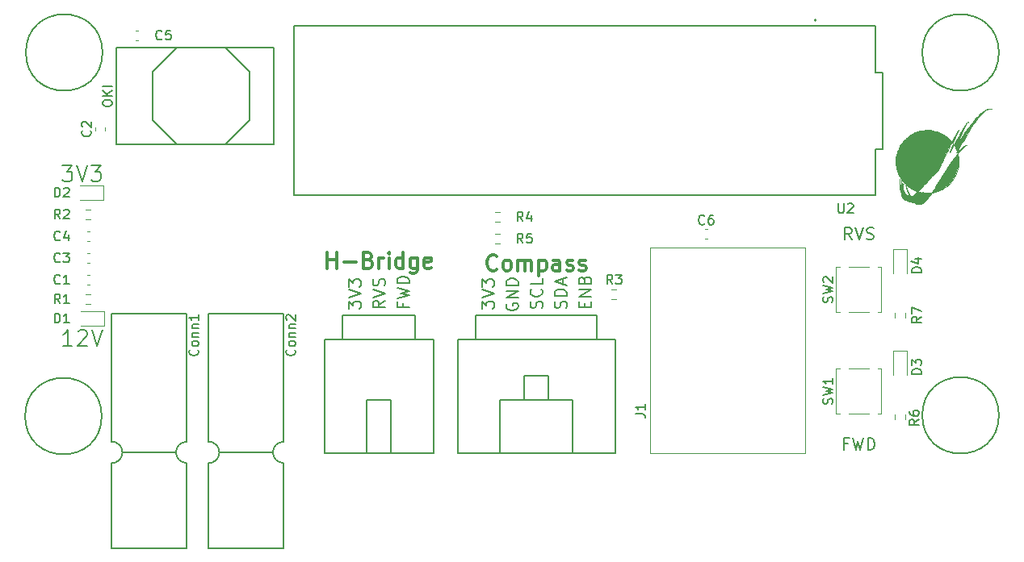
<source format=gbr>
G04 #@! TF.GenerationSoftware,KiCad,Pcbnew,7.0.5*
G04 #@! TF.CreationDate,2023-11-15T14:25:37-06:00*
G04 #@! TF.ProjectId,RotatingSignalStack_board,526f7461-7469-46e6-9753-69676e616c53,rev?*
G04 #@! TF.SameCoordinates,Original*
G04 #@! TF.FileFunction,Legend,Top*
G04 #@! TF.FilePolarity,Positive*
%FSLAX46Y46*%
G04 Gerber Fmt 4.6, Leading zero omitted, Abs format (unit mm)*
G04 Created by KiCad (PCBNEW 7.0.5) date 2023-11-15 14:25:37*
%MOMM*%
%LPD*%
G01*
G04 APERTURE LIST*
%ADD10C,0.150000*%
%ADD11C,0.330200*%
%ADD12C,0.120000*%
%ADD13C,0.010000*%
%ADD14C,0.127000*%
%ADD15C,0.200000*%
G04 APERTURE END LIST*
D10*
X134710776Y-97171220D02*
X134106014Y-97594554D01*
X134710776Y-97896935D02*
X133440776Y-97896935D01*
X133440776Y-97896935D02*
X133440776Y-97413125D01*
X133440776Y-97413125D02*
X133501252Y-97292173D01*
X133501252Y-97292173D02*
X133561728Y-97231696D01*
X133561728Y-97231696D02*
X133682680Y-97171220D01*
X133682680Y-97171220D02*
X133864109Y-97171220D01*
X133864109Y-97171220D02*
X133985061Y-97231696D01*
X133985061Y-97231696D02*
X134045538Y-97292173D01*
X134045538Y-97292173D02*
X134106014Y-97413125D01*
X134106014Y-97413125D02*
X134106014Y-97896935D01*
X133440776Y-96808363D02*
X134710776Y-96385030D01*
X134710776Y-96385030D02*
X133440776Y-95961696D01*
X134650300Y-95598840D02*
X134710776Y-95417411D01*
X134710776Y-95417411D02*
X134710776Y-95115030D01*
X134710776Y-95115030D02*
X134650300Y-94994078D01*
X134650300Y-94994078D02*
X134589823Y-94933602D01*
X134589823Y-94933602D02*
X134468871Y-94873125D01*
X134468871Y-94873125D02*
X134347919Y-94873125D01*
X134347919Y-94873125D02*
X134226966Y-94933602D01*
X134226966Y-94933602D02*
X134166490Y-94994078D01*
X134166490Y-94994078D02*
X134106014Y-95115030D01*
X134106014Y-95115030D02*
X134045538Y-95356935D01*
X134045538Y-95356935D02*
X133985061Y-95477887D01*
X133985061Y-95477887D02*
X133924585Y-95538364D01*
X133924585Y-95538364D02*
X133803633Y-95598840D01*
X133803633Y-95598840D02*
X133682680Y-95598840D01*
X133682680Y-95598840D02*
X133561728Y-95538364D01*
X133561728Y-95538364D02*
X133501252Y-95477887D01*
X133501252Y-95477887D02*
X133440776Y-95356935D01*
X133440776Y-95356935D02*
X133440776Y-95054554D01*
X133440776Y-95054554D02*
X133501252Y-94873125D01*
X130900776Y-98017887D02*
X130900776Y-97231696D01*
X130900776Y-97231696D02*
X131384585Y-97655030D01*
X131384585Y-97655030D02*
X131384585Y-97473601D01*
X131384585Y-97473601D02*
X131445061Y-97352649D01*
X131445061Y-97352649D02*
X131505538Y-97292173D01*
X131505538Y-97292173D02*
X131626490Y-97231696D01*
X131626490Y-97231696D02*
X131928871Y-97231696D01*
X131928871Y-97231696D02*
X132049823Y-97292173D01*
X132049823Y-97292173D02*
X132110300Y-97352649D01*
X132110300Y-97352649D02*
X132170776Y-97473601D01*
X132170776Y-97473601D02*
X132170776Y-97836458D01*
X132170776Y-97836458D02*
X132110300Y-97957411D01*
X132110300Y-97957411D02*
X132049823Y-98017887D01*
X130900776Y-96868839D02*
X132170776Y-96445506D01*
X132170776Y-96445506D02*
X130900776Y-96022172D01*
X130900776Y-95719792D02*
X130900776Y-94933601D01*
X130900776Y-94933601D02*
X131384585Y-95356935D01*
X131384585Y-95356935D02*
X131384585Y-95175506D01*
X131384585Y-95175506D02*
X131445061Y-95054554D01*
X131445061Y-95054554D02*
X131505538Y-94994078D01*
X131505538Y-94994078D02*
X131626490Y-94933601D01*
X131626490Y-94933601D02*
X131928871Y-94933601D01*
X131928871Y-94933601D02*
X132049823Y-94994078D01*
X132049823Y-94994078D02*
X132110300Y-95054554D01*
X132110300Y-95054554D02*
X132170776Y-95175506D01*
X132170776Y-95175506D02*
X132170776Y-95538363D01*
X132170776Y-95538363D02*
X132110300Y-95659316D01*
X132110300Y-95659316D02*
X132049823Y-95719792D01*
X151160300Y-97957411D02*
X151220776Y-97775982D01*
X151220776Y-97775982D02*
X151220776Y-97473601D01*
X151220776Y-97473601D02*
X151160300Y-97352649D01*
X151160300Y-97352649D02*
X151099823Y-97292173D01*
X151099823Y-97292173D02*
X150978871Y-97231696D01*
X150978871Y-97231696D02*
X150857919Y-97231696D01*
X150857919Y-97231696D02*
X150736966Y-97292173D01*
X150736966Y-97292173D02*
X150676490Y-97352649D01*
X150676490Y-97352649D02*
X150616014Y-97473601D01*
X150616014Y-97473601D02*
X150555538Y-97715506D01*
X150555538Y-97715506D02*
X150495061Y-97836458D01*
X150495061Y-97836458D02*
X150434585Y-97896935D01*
X150434585Y-97896935D02*
X150313633Y-97957411D01*
X150313633Y-97957411D02*
X150192680Y-97957411D01*
X150192680Y-97957411D02*
X150071728Y-97896935D01*
X150071728Y-97896935D02*
X150011252Y-97836458D01*
X150011252Y-97836458D02*
X149950776Y-97715506D01*
X149950776Y-97715506D02*
X149950776Y-97413125D01*
X149950776Y-97413125D02*
X150011252Y-97231696D01*
X151099823Y-95961696D02*
X151160300Y-96022172D01*
X151160300Y-96022172D02*
X151220776Y-96203601D01*
X151220776Y-96203601D02*
X151220776Y-96324553D01*
X151220776Y-96324553D02*
X151160300Y-96505982D01*
X151160300Y-96505982D02*
X151039347Y-96626934D01*
X151039347Y-96626934D02*
X150918395Y-96687411D01*
X150918395Y-96687411D02*
X150676490Y-96747887D01*
X150676490Y-96747887D02*
X150495061Y-96747887D01*
X150495061Y-96747887D02*
X150253157Y-96687411D01*
X150253157Y-96687411D02*
X150132204Y-96626934D01*
X150132204Y-96626934D02*
X150011252Y-96505982D01*
X150011252Y-96505982D02*
X149950776Y-96324553D01*
X149950776Y-96324553D02*
X149950776Y-96203601D01*
X149950776Y-96203601D02*
X150011252Y-96022172D01*
X150011252Y-96022172D02*
X150071728Y-95961696D01*
X151220776Y-94812649D02*
X151220776Y-95417411D01*
X151220776Y-95417411D02*
X149950776Y-95417411D01*
X183648048Y-90768776D02*
X183224714Y-90164014D01*
X182922333Y-90768776D02*
X182922333Y-89498776D01*
X182922333Y-89498776D02*
X183406143Y-89498776D01*
X183406143Y-89498776D02*
X183527095Y-89559252D01*
X183527095Y-89559252D02*
X183587572Y-89619728D01*
X183587572Y-89619728D02*
X183648048Y-89740680D01*
X183648048Y-89740680D02*
X183648048Y-89922109D01*
X183648048Y-89922109D02*
X183587572Y-90043061D01*
X183587572Y-90043061D02*
X183527095Y-90103538D01*
X183527095Y-90103538D02*
X183406143Y-90164014D01*
X183406143Y-90164014D02*
X182922333Y-90164014D01*
X184010905Y-89498776D02*
X184434238Y-90768776D01*
X184434238Y-90768776D02*
X184857572Y-89498776D01*
X185220428Y-90708300D02*
X185401857Y-90768776D01*
X185401857Y-90768776D02*
X185704238Y-90768776D01*
X185704238Y-90768776D02*
X185825190Y-90708300D01*
X185825190Y-90708300D02*
X185885666Y-90647823D01*
X185885666Y-90647823D02*
X185946143Y-90526871D01*
X185946143Y-90526871D02*
X185946143Y-90405919D01*
X185946143Y-90405919D02*
X185885666Y-90284966D01*
X185885666Y-90284966D02*
X185825190Y-90224490D01*
X185825190Y-90224490D02*
X185704238Y-90164014D01*
X185704238Y-90164014D02*
X185462333Y-90103538D01*
X185462333Y-90103538D02*
X185341381Y-90043061D01*
X185341381Y-90043061D02*
X185280904Y-89982585D01*
X185280904Y-89982585D02*
X185220428Y-89861633D01*
X185220428Y-89861633D02*
X185220428Y-89740680D01*
X185220428Y-89740680D02*
X185280904Y-89619728D01*
X185280904Y-89619728D02*
X185341381Y-89559252D01*
X185341381Y-89559252D02*
X185462333Y-89498776D01*
X185462333Y-89498776D02*
X185764714Y-89498776D01*
X185764714Y-89498776D02*
X185946143Y-89559252D01*
D11*
X146455190Y-93857540D02*
X146376571Y-93936160D01*
X146376571Y-93936160D02*
X146140714Y-94014779D01*
X146140714Y-94014779D02*
X145983476Y-94014779D01*
X145983476Y-94014779D02*
X145747619Y-93936160D01*
X145747619Y-93936160D02*
X145590381Y-93778921D01*
X145590381Y-93778921D02*
X145511762Y-93621683D01*
X145511762Y-93621683D02*
X145433143Y-93307207D01*
X145433143Y-93307207D02*
X145433143Y-93071350D01*
X145433143Y-93071350D02*
X145511762Y-92756874D01*
X145511762Y-92756874D02*
X145590381Y-92599636D01*
X145590381Y-92599636D02*
X145747619Y-92442398D01*
X145747619Y-92442398D02*
X145983476Y-92363779D01*
X145983476Y-92363779D02*
X146140714Y-92363779D01*
X146140714Y-92363779D02*
X146376571Y-92442398D01*
X146376571Y-92442398D02*
X146455190Y-92521017D01*
X147398619Y-94014779D02*
X147241381Y-93936160D01*
X147241381Y-93936160D02*
X147162762Y-93857540D01*
X147162762Y-93857540D02*
X147084143Y-93700302D01*
X147084143Y-93700302D02*
X147084143Y-93228588D01*
X147084143Y-93228588D02*
X147162762Y-93071350D01*
X147162762Y-93071350D02*
X147241381Y-92992731D01*
X147241381Y-92992731D02*
X147398619Y-92914112D01*
X147398619Y-92914112D02*
X147634476Y-92914112D01*
X147634476Y-92914112D02*
X147791714Y-92992731D01*
X147791714Y-92992731D02*
X147870333Y-93071350D01*
X147870333Y-93071350D02*
X147948952Y-93228588D01*
X147948952Y-93228588D02*
X147948952Y-93700302D01*
X147948952Y-93700302D02*
X147870333Y-93857540D01*
X147870333Y-93857540D02*
X147791714Y-93936160D01*
X147791714Y-93936160D02*
X147634476Y-94014779D01*
X147634476Y-94014779D02*
X147398619Y-94014779D01*
X148656524Y-94014779D02*
X148656524Y-92914112D01*
X148656524Y-93071350D02*
X148735143Y-92992731D01*
X148735143Y-92992731D02*
X148892381Y-92914112D01*
X148892381Y-92914112D02*
X149128238Y-92914112D01*
X149128238Y-92914112D02*
X149285476Y-92992731D01*
X149285476Y-92992731D02*
X149364095Y-93149969D01*
X149364095Y-93149969D02*
X149364095Y-94014779D01*
X149364095Y-93149969D02*
X149442714Y-92992731D01*
X149442714Y-92992731D02*
X149599952Y-92914112D01*
X149599952Y-92914112D02*
X149835809Y-92914112D01*
X149835809Y-92914112D02*
X149993048Y-92992731D01*
X149993048Y-92992731D02*
X150071667Y-93149969D01*
X150071667Y-93149969D02*
X150071667Y-94014779D01*
X150857857Y-92914112D02*
X150857857Y-94565112D01*
X150857857Y-92992731D02*
X151015095Y-92914112D01*
X151015095Y-92914112D02*
X151329571Y-92914112D01*
X151329571Y-92914112D02*
X151486809Y-92992731D01*
X151486809Y-92992731D02*
X151565428Y-93071350D01*
X151565428Y-93071350D02*
X151644047Y-93228588D01*
X151644047Y-93228588D02*
X151644047Y-93700302D01*
X151644047Y-93700302D02*
X151565428Y-93857540D01*
X151565428Y-93857540D02*
X151486809Y-93936160D01*
X151486809Y-93936160D02*
X151329571Y-94014779D01*
X151329571Y-94014779D02*
X151015095Y-94014779D01*
X151015095Y-94014779D02*
X150857857Y-93936160D01*
X153059190Y-94014779D02*
X153059190Y-93149969D01*
X153059190Y-93149969D02*
X152980571Y-92992731D01*
X152980571Y-92992731D02*
X152823333Y-92914112D01*
X152823333Y-92914112D02*
X152508857Y-92914112D01*
X152508857Y-92914112D02*
X152351619Y-92992731D01*
X153059190Y-93936160D02*
X152901952Y-94014779D01*
X152901952Y-94014779D02*
X152508857Y-94014779D01*
X152508857Y-94014779D02*
X152351619Y-93936160D01*
X152351619Y-93936160D02*
X152273000Y-93778921D01*
X152273000Y-93778921D02*
X152273000Y-93621683D01*
X152273000Y-93621683D02*
X152351619Y-93464445D01*
X152351619Y-93464445D02*
X152508857Y-93385826D01*
X152508857Y-93385826D02*
X152901952Y-93385826D01*
X152901952Y-93385826D02*
X153059190Y-93307207D01*
X153766762Y-93936160D02*
X153924000Y-94014779D01*
X153924000Y-94014779D02*
X154238476Y-94014779D01*
X154238476Y-94014779D02*
X154395714Y-93936160D01*
X154395714Y-93936160D02*
X154474333Y-93778921D01*
X154474333Y-93778921D02*
X154474333Y-93700302D01*
X154474333Y-93700302D02*
X154395714Y-93543064D01*
X154395714Y-93543064D02*
X154238476Y-93464445D01*
X154238476Y-93464445D02*
X154002619Y-93464445D01*
X154002619Y-93464445D02*
X153845381Y-93385826D01*
X153845381Y-93385826D02*
X153766762Y-93228588D01*
X153766762Y-93228588D02*
X153766762Y-93149969D01*
X153766762Y-93149969D02*
X153845381Y-92992731D01*
X153845381Y-92992731D02*
X154002619Y-92914112D01*
X154002619Y-92914112D02*
X154238476Y-92914112D01*
X154238476Y-92914112D02*
X154395714Y-92992731D01*
X155103286Y-93936160D02*
X155260524Y-94014779D01*
X155260524Y-94014779D02*
X155575000Y-94014779D01*
X155575000Y-94014779D02*
X155732238Y-93936160D01*
X155732238Y-93936160D02*
X155810857Y-93778921D01*
X155810857Y-93778921D02*
X155810857Y-93700302D01*
X155810857Y-93700302D02*
X155732238Y-93543064D01*
X155732238Y-93543064D02*
X155575000Y-93464445D01*
X155575000Y-93464445D02*
X155339143Y-93464445D01*
X155339143Y-93464445D02*
X155181905Y-93385826D01*
X155181905Y-93385826D02*
X155103286Y-93228588D01*
X155103286Y-93228588D02*
X155103286Y-93149969D01*
X155103286Y-93149969D02*
X155181905Y-92992731D01*
X155181905Y-92992731D02*
X155339143Y-92914112D01*
X155339143Y-92914112D02*
X155575000Y-92914112D01*
X155575000Y-92914112D02*
X155732238Y-92992731D01*
D10*
X153700300Y-97957411D02*
X153760776Y-97775982D01*
X153760776Y-97775982D02*
X153760776Y-97473601D01*
X153760776Y-97473601D02*
X153700300Y-97352649D01*
X153700300Y-97352649D02*
X153639823Y-97292173D01*
X153639823Y-97292173D02*
X153518871Y-97231696D01*
X153518871Y-97231696D02*
X153397919Y-97231696D01*
X153397919Y-97231696D02*
X153276966Y-97292173D01*
X153276966Y-97292173D02*
X153216490Y-97352649D01*
X153216490Y-97352649D02*
X153156014Y-97473601D01*
X153156014Y-97473601D02*
X153095538Y-97715506D01*
X153095538Y-97715506D02*
X153035061Y-97836458D01*
X153035061Y-97836458D02*
X152974585Y-97896935D01*
X152974585Y-97896935D02*
X152853633Y-97957411D01*
X152853633Y-97957411D02*
X152732680Y-97957411D01*
X152732680Y-97957411D02*
X152611728Y-97896935D01*
X152611728Y-97896935D02*
X152551252Y-97836458D01*
X152551252Y-97836458D02*
X152490776Y-97715506D01*
X152490776Y-97715506D02*
X152490776Y-97413125D01*
X152490776Y-97413125D02*
X152551252Y-97231696D01*
X153760776Y-96687411D02*
X152490776Y-96687411D01*
X152490776Y-96687411D02*
X152490776Y-96385030D01*
X152490776Y-96385030D02*
X152551252Y-96203601D01*
X152551252Y-96203601D02*
X152672204Y-96082649D01*
X152672204Y-96082649D02*
X152793157Y-96022172D01*
X152793157Y-96022172D02*
X153035061Y-95961696D01*
X153035061Y-95961696D02*
X153216490Y-95961696D01*
X153216490Y-95961696D02*
X153458395Y-96022172D01*
X153458395Y-96022172D02*
X153579347Y-96082649D01*
X153579347Y-96082649D02*
X153700300Y-96203601D01*
X153700300Y-96203601D02*
X153760776Y-96385030D01*
X153760776Y-96385030D02*
X153760776Y-96687411D01*
X153397919Y-95477887D02*
X153397919Y-94873125D01*
X153760776Y-95598839D02*
X152490776Y-95175506D01*
X152490776Y-95175506D02*
X153760776Y-94752172D01*
X100918541Y-82975150D02*
X101940588Y-82975150D01*
X101940588Y-82975150D02*
X101390255Y-83604102D01*
X101390255Y-83604102D02*
X101626112Y-83604102D01*
X101626112Y-83604102D02*
X101783350Y-83682721D01*
X101783350Y-83682721D02*
X101861969Y-83761340D01*
X101861969Y-83761340D02*
X101940588Y-83918578D01*
X101940588Y-83918578D02*
X101940588Y-84311673D01*
X101940588Y-84311673D02*
X101861969Y-84468911D01*
X101861969Y-84468911D02*
X101783350Y-84547531D01*
X101783350Y-84547531D02*
X101626112Y-84626150D01*
X101626112Y-84626150D02*
X101154398Y-84626150D01*
X101154398Y-84626150D02*
X100997160Y-84547531D01*
X100997160Y-84547531D02*
X100918541Y-84468911D01*
X102412303Y-82975150D02*
X102962636Y-84626150D01*
X102962636Y-84626150D02*
X103512969Y-82975150D01*
X103906065Y-82975150D02*
X104928112Y-82975150D01*
X104928112Y-82975150D02*
X104377779Y-83604102D01*
X104377779Y-83604102D02*
X104613636Y-83604102D01*
X104613636Y-83604102D02*
X104770874Y-83682721D01*
X104770874Y-83682721D02*
X104849493Y-83761340D01*
X104849493Y-83761340D02*
X104928112Y-83918578D01*
X104928112Y-83918578D02*
X104928112Y-84311673D01*
X104928112Y-84311673D02*
X104849493Y-84468911D01*
X104849493Y-84468911D02*
X104770874Y-84547531D01*
X104770874Y-84547531D02*
X104613636Y-84626150D01*
X104613636Y-84626150D02*
X104141922Y-84626150D01*
X104141922Y-84626150D02*
X103984684Y-84547531D01*
X103984684Y-84547531D02*
X103906065Y-84468911D01*
D11*
X128687286Y-93760779D02*
X128687286Y-92109779D01*
X128687286Y-92895969D02*
X129630714Y-92895969D01*
X129630714Y-93760779D02*
X129630714Y-92109779D01*
X130416905Y-93131826D02*
X131674810Y-93131826D01*
X133011333Y-92895969D02*
X133247190Y-92974588D01*
X133247190Y-92974588D02*
X133325809Y-93053207D01*
X133325809Y-93053207D02*
X133404428Y-93210445D01*
X133404428Y-93210445D02*
X133404428Y-93446302D01*
X133404428Y-93446302D02*
X133325809Y-93603540D01*
X133325809Y-93603540D02*
X133247190Y-93682160D01*
X133247190Y-93682160D02*
X133089952Y-93760779D01*
X133089952Y-93760779D02*
X132461000Y-93760779D01*
X132461000Y-93760779D02*
X132461000Y-92109779D01*
X132461000Y-92109779D02*
X133011333Y-92109779D01*
X133011333Y-92109779D02*
X133168571Y-92188398D01*
X133168571Y-92188398D02*
X133247190Y-92267017D01*
X133247190Y-92267017D02*
X133325809Y-92424255D01*
X133325809Y-92424255D02*
X133325809Y-92581493D01*
X133325809Y-92581493D02*
X133247190Y-92738731D01*
X133247190Y-92738731D02*
X133168571Y-92817350D01*
X133168571Y-92817350D02*
X133011333Y-92895969D01*
X133011333Y-92895969D02*
X132461000Y-92895969D01*
X134112000Y-93760779D02*
X134112000Y-92660112D01*
X134112000Y-92974588D02*
X134190619Y-92817350D01*
X134190619Y-92817350D02*
X134269238Y-92738731D01*
X134269238Y-92738731D02*
X134426476Y-92660112D01*
X134426476Y-92660112D02*
X134583714Y-92660112D01*
X135134048Y-93760779D02*
X135134048Y-92660112D01*
X135134048Y-92109779D02*
X135055429Y-92188398D01*
X135055429Y-92188398D02*
X135134048Y-92267017D01*
X135134048Y-92267017D02*
X135212667Y-92188398D01*
X135212667Y-92188398D02*
X135134048Y-92109779D01*
X135134048Y-92109779D02*
X135134048Y-92267017D01*
X136627809Y-93760779D02*
X136627809Y-92109779D01*
X136627809Y-93682160D02*
X136470571Y-93760779D01*
X136470571Y-93760779D02*
X136156095Y-93760779D01*
X136156095Y-93760779D02*
X135998857Y-93682160D01*
X135998857Y-93682160D02*
X135920238Y-93603540D01*
X135920238Y-93603540D02*
X135841619Y-93446302D01*
X135841619Y-93446302D02*
X135841619Y-92974588D01*
X135841619Y-92974588D02*
X135920238Y-92817350D01*
X135920238Y-92817350D02*
X135998857Y-92738731D01*
X135998857Y-92738731D02*
X136156095Y-92660112D01*
X136156095Y-92660112D02*
X136470571Y-92660112D01*
X136470571Y-92660112D02*
X136627809Y-92738731D01*
X138121571Y-92660112D02*
X138121571Y-93996636D01*
X138121571Y-93996636D02*
X138042952Y-94153874D01*
X138042952Y-94153874D02*
X137964333Y-94232493D01*
X137964333Y-94232493D02*
X137807095Y-94311112D01*
X137807095Y-94311112D02*
X137571238Y-94311112D01*
X137571238Y-94311112D02*
X137414000Y-94232493D01*
X138121571Y-93682160D02*
X137964333Y-93760779D01*
X137964333Y-93760779D02*
X137649857Y-93760779D01*
X137649857Y-93760779D02*
X137492619Y-93682160D01*
X137492619Y-93682160D02*
X137414000Y-93603540D01*
X137414000Y-93603540D02*
X137335381Y-93446302D01*
X137335381Y-93446302D02*
X137335381Y-92974588D01*
X137335381Y-92974588D02*
X137414000Y-92817350D01*
X137414000Y-92817350D02*
X137492619Y-92738731D01*
X137492619Y-92738731D02*
X137649857Y-92660112D01*
X137649857Y-92660112D02*
X137964333Y-92660112D01*
X137964333Y-92660112D02*
X138121571Y-92738731D01*
X139536714Y-93682160D02*
X139379476Y-93760779D01*
X139379476Y-93760779D02*
X139065000Y-93760779D01*
X139065000Y-93760779D02*
X138907762Y-93682160D01*
X138907762Y-93682160D02*
X138829143Y-93524921D01*
X138829143Y-93524921D02*
X138829143Y-92895969D01*
X138829143Y-92895969D02*
X138907762Y-92738731D01*
X138907762Y-92738731D02*
X139065000Y-92660112D01*
X139065000Y-92660112D02*
X139379476Y-92660112D01*
X139379476Y-92660112D02*
X139536714Y-92738731D01*
X139536714Y-92738731D02*
X139615333Y-92895969D01*
X139615333Y-92895969D02*
X139615333Y-93053207D01*
X139615333Y-93053207D02*
X138829143Y-93210445D01*
D10*
X101940588Y-101898150D02*
X100997160Y-101898150D01*
X101468874Y-101898150D02*
X101468874Y-100247150D01*
X101468874Y-100247150D02*
X101311636Y-100483007D01*
X101311636Y-100483007D02*
X101154398Y-100640245D01*
X101154398Y-100640245D02*
X100997160Y-100718864D01*
X102569541Y-100404388D02*
X102648160Y-100325769D01*
X102648160Y-100325769D02*
X102805398Y-100247150D01*
X102805398Y-100247150D02*
X103198493Y-100247150D01*
X103198493Y-100247150D02*
X103355731Y-100325769D01*
X103355731Y-100325769D02*
X103434350Y-100404388D01*
X103434350Y-100404388D02*
X103512969Y-100561626D01*
X103512969Y-100561626D02*
X103512969Y-100718864D01*
X103512969Y-100718864D02*
X103434350Y-100954721D01*
X103434350Y-100954721D02*
X102490922Y-101898150D01*
X102490922Y-101898150D02*
X103512969Y-101898150D01*
X103984684Y-100247150D02*
X104535017Y-101898150D01*
X104535017Y-101898150D02*
X105085350Y-100247150D01*
X155635538Y-97896935D02*
X155635538Y-97473601D01*
X156300776Y-97292173D02*
X156300776Y-97896935D01*
X156300776Y-97896935D02*
X155030776Y-97896935D01*
X155030776Y-97896935D02*
X155030776Y-97292173D01*
X156300776Y-96747887D02*
X155030776Y-96747887D01*
X155030776Y-96747887D02*
X156300776Y-96022172D01*
X156300776Y-96022172D02*
X155030776Y-96022172D01*
X155635538Y-94994077D02*
X155696014Y-94812649D01*
X155696014Y-94812649D02*
X155756490Y-94752172D01*
X155756490Y-94752172D02*
X155877442Y-94691696D01*
X155877442Y-94691696D02*
X156058871Y-94691696D01*
X156058871Y-94691696D02*
X156179823Y-94752172D01*
X156179823Y-94752172D02*
X156240300Y-94812649D01*
X156240300Y-94812649D02*
X156300776Y-94933601D01*
X156300776Y-94933601D02*
X156300776Y-95417411D01*
X156300776Y-95417411D02*
X155030776Y-95417411D01*
X155030776Y-95417411D02*
X155030776Y-94994077D01*
X155030776Y-94994077D02*
X155091252Y-94873125D01*
X155091252Y-94873125D02*
X155151728Y-94812649D01*
X155151728Y-94812649D02*
X155272680Y-94752172D01*
X155272680Y-94752172D02*
X155393633Y-94752172D01*
X155393633Y-94752172D02*
X155514585Y-94812649D01*
X155514585Y-94812649D02*
X155575061Y-94873125D01*
X155575061Y-94873125D02*
X155635538Y-94994077D01*
X155635538Y-94994077D02*
X155635538Y-95417411D01*
X183224714Y-112201538D02*
X182801380Y-112201538D01*
X182801380Y-112866776D02*
X182801380Y-111596776D01*
X182801380Y-111596776D02*
X183406142Y-111596776D01*
X183768999Y-111596776D02*
X184071380Y-112866776D01*
X184071380Y-112866776D02*
X184313285Y-111959633D01*
X184313285Y-111959633D02*
X184555190Y-112866776D01*
X184555190Y-112866776D02*
X184857571Y-111596776D01*
X185341380Y-112866776D02*
X185341380Y-111596776D01*
X185341380Y-111596776D02*
X185643761Y-111596776D01*
X185643761Y-111596776D02*
X185825190Y-111657252D01*
X185825190Y-111657252D02*
X185946142Y-111778204D01*
X185946142Y-111778204D02*
X186006619Y-111899157D01*
X186006619Y-111899157D02*
X186067095Y-112141061D01*
X186067095Y-112141061D02*
X186067095Y-112322490D01*
X186067095Y-112322490D02*
X186006619Y-112564395D01*
X186006619Y-112564395D02*
X185946142Y-112685347D01*
X185946142Y-112685347D02*
X185825190Y-112806300D01*
X185825190Y-112806300D02*
X185643761Y-112866776D01*
X185643761Y-112866776D02*
X185341380Y-112866776D01*
X136585538Y-97473601D02*
X136585538Y-97896935D01*
X137250776Y-97896935D02*
X135980776Y-97896935D01*
X135980776Y-97896935D02*
X135980776Y-97292173D01*
X135980776Y-96929316D02*
X137250776Y-96626935D01*
X137250776Y-96626935D02*
X136343633Y-96385030D01*
X136343633Y-96385030D02*
X137250776Y-96143125D01*
X137250776Y-96143125D02*
X135980776Y-95840745D01*
X137250776Y-95356935D02*
X135980776Y-95356935D01*
X135980776Y-95356935D02*
X135980776Y-95054554D01*
X135980776Y-95054554D02*
X136041252Y-94873125D01*
X136041252Y-94873125D02*
X136162204Y-94752173D01*
X136162204Y-94752173D02*
X136283157Y-94691696D01*
X136283157Y-94691696D02*
X136525061Y-94631220D01*
X136525061Y-94631220D02*
X136706490Y-94631220D01*
X136706490Y-94631220D02*
X136948395Y-94691696D01*
X136948395Y-94691696D02*
X137069347Y-94752173D01*
X137069347Y-94752173D02*
X137190300Y-94873125D01*
X137190300Y-94873125D02*
X137250776Y-95054554D01*
X137250776Y-95054554D02*
X137250776Y-95356935D01*
X147471252Y-97485696D02*
X147410776Y-97606649D01*
X147410776Y-97606649D02*
X147410776Y-97788077D01*
X147410776Y-97788077D02*
X147471252Y-97969506D01*
X147471252Y-97969506D02*
X147592204Y-98090458D01*
X147592204Y-98090458D02*
X147713157Y-98150935D01*
X147713157Y-98150935D02*
X147955061Y-98211411D01*
X147955061Y-98211411D02*
X148136490Y-98211411D01*
X148136490Y-98211411D02*
X148378395Y-98150935D01*
X148378395Y-98150935D02*
X148499347Y-98090458D01*
X148499347Y-98090458D02*
X148620300Y-97969506D01*
X148620300Y-97969506D02*
X148680776Y-97788077D01*
X148680776Y-97788077D02*
X148680776Y-97667125D01*
X148680776Y-97667125D02*
X148620300Y-97485696D01*
X148620300Y-97485696D02*
X148559823Y-97425220D01*
X148559823Y-97425220D02*
X148136490Y-97425220D01*
X148136490Y-97425220D02*
X148136490Y-97667125D01*
X148680776Y-96880935D02*
X147410776Y-96880935D01*
X147410776Y-96880935D02*
X148680776Y-96155220D01*
X148680776Y-96155220D02*
X147410776Y-96155220D01*
X148680776Y-95550459D02*
X147410776Y-95550459D01*
X147410776Y-95550459D02*
X147410776Y-95248078D01*
X147410776Y-95248078D02*
X147471252Y-95066649D01*
X147471252Y-95066649D02*
X147592204Y-94945697D01*
X147592204Y-94945697D02*
X147713157Y-94885220D01*
X147713157Y-94885220D02*
X147955061Y-94824744D01*
X147955061Y-94824744D02*
X148136490Y-94824744D01*
X148136490Y-94824744D02*
X148378395Y-94885220D01*
X148378395Y-94885220D02*
X148499347Y-94945697D01*
X148499347Y-94945697D02*
X148620300Y-95066649D01*
X148620300Y-95066649D02*
X148680776Y-95248078D01*
X148680776Y-95248078D02*
X148680776Y-95550459D01*
X144870776Y-98017887D02*
X144870776Y-97231696D01*
X144870776Y-97231696D02*
X145354585Y-97655030D01*
X145354585Y-97655030D02*
X145354585Y-97473601D01*
X145354585Y-97473601D02*
X145415061Y-97352649D01*
X145415061Y-97352649D02*
X145475538Y-97292173D01*
X145475538Y-97292173D02*
X145596490Y-97231696D01*
X145596490Y-97231696D02*
X145898871Y-97231696D01*
X145898871Y-97231696D02*
X146019823Y-97292173D01*
X146019823Y-97292173D02*
X146080300Y-97352649D01*
X146080300Y-97352649D02*
X146140776Y-97473601D01*
X146140776Y-97473601D02*
X146140776Y-97836458D01*
X146140776Y-97836458D02*
X146080300Y-97957411D01*
X146080300Y-97957411D02*
X146019823Y-98017887D01*
X144870776Y-96868839D02*
X146140776Y-96445506D01*
X146140776Y-96445506D02*
X144870776Y-96022172D01*
X144870776Y-95719792D02*
X144870776Y-94933601D01*
X144870776Y-94933601D02*
X145354585Y-95356935D01*
X145354585Y-95356935D02*
X145354585Y-95175506D01*
X145354585Y-95175506D02*
X145415061Y-95054554D01*
X145415061Y-95054554D02*
X145475538Y-94994078D01*
X145475538Y-94994078D02*
X145596490Y-94933601D01*
X145596490Y-94933601D02*
X145898871Y-94933601D01*
X145898871Y-94933601D02*
X146019823Y-94994078D01*
X146019823Y-94994078D02*
X146080300Y-95054554D01*
X146080300Y-95054554D02*
X146140776Y-95175506D01*
X146140776Y-95175506D02*
X146140776Y-95538363D01*
X146140776Y-95538363D02*
X146080300Y-95659316D01*
X146080300Y-95659316D02*
X146019823Y-95719792D01*
G04 #@! TO.C,J1*
X160998819Y-109045333D02*
X161713104Y-109045333D01*
X161713104Y-109045333D02*
X161855961Y-109092952D01*
X161855961Y-109092952D02*
X161951200Y-109188190D01*
X161951200Y-109188190D02*
X161998819Y-109331047D01*
X161998819Y-109331047D02*
X161998819Y-109426285D01*
X161998819Y-108045333D02*
X161998819Y-108616761D01*
X161998819Y-108331047D02*
X160998819Y-108331047D01*
X160998819Y-108331047D02*
X161141676Y-108426285D01*
X161141676Y-108426285D02*
X161236914Y-108521523D01*
X161236914Y-108521523D02*
X161284533Y-108616761D01*
G04 #@! TO.C,R7*
X190954819Y-98869166D02*
X190478628Y-99202499D01*
X190954819Y-99440594D02*
X189954819Y-99440594D01*
X189954819Y-99440594D02*
X189954819Y-99059642D01*
X189954819Y-99059642D02*
X190002438Y-98964404D01*
X190002438Y-98964404D02*
X190050057Y-98916785D01*
X190050057Y-98916785D02*
X190145295Y-98869166D01*
X190145295Y-98869166D02*
X190288152Y-98869166D01*
X190288152Y-98869166D02*
X190383390Y-98916785D01*
X190383390Y-98916785D02*
X190431009Y-98964404D01*
X190431009Y-98964404D02*
X190478628Y-99059642D01*
X190478628Y-99059642D02*
X190478628Y-99440594D01*
X189954819Y-98535832D02*
X189954819Y-97869166D01*
X189954819Y-97869166D02*
X190954819Y-98297737D01*
G04 #@! TO.C,C5*
X111339333Y-69701580D02*
X111291714Y-69749200D01*
X111291714Y-69749200D02*
X111148857Y-69796819D01*
X111148857Y-69796819D02*
X111053619Y-69796819D01*
X111053619Y-69796819D02*
X110910762Y-69749200D01*
X110910762Y-69749200D02*
X110815524Y-69653961D01*
X110815524Y-69653961D02*
X110767905Y-69558723D01*
X110767905Y-69558723D02*
X110720286Y-69368247D01*
X110720286Y-69368247D02*
X110720286Y-69225390D01*
X110720286Y-69225390D02*
X110767905Y-69034914D01*
X110767905Y-69034914D02*
X110815524Y-68939676D01*
X110815524Y-68939676D02*
X110910762Y-68844438D01*
X110910762Y-68844438D02*
X111053619Y-68796819D01*
X111053619Y-68796819D02*
X111148857Y-68796819D01*
X111148857Y-68796819D02*
X111291714Y-68844438D01*
X111291714Y-68844438D02*
X111339333Y-68892057D01*
X112244095Y-68796819D02*
X111767905Y-68796819D01*
X111767905Y-68796819D02*
X111720286Y-69273009D01*
X111720286Y-69273009D02*
X111767905Y-69225390D01*
X111767905Y-69225390D02*
X111863143Y-69177771D01*
X111863143Y-69177771D02*
X112101238Y-69177771D01*
X112101238Y-69177771D02*
X112196476Y-69225390D01*
X112196476Y-69225390D02*
X112244095Y-69273009D01*
X112244095Y-69273009D02*
X112291714Y-69368247D01*
X112291714Y-69368247D02*
X112291714Y-69606342D01*
X112291714Y-69606342D02*
X112244095Y-69701580D01*
X112244095Y-69701580D02*
X112196476Y-69749200D01*
X112196476Y-69749200D02*
X112101238Y-69796819D01*
X112101238Y-69796819D02*
X111863143Y-69796819D01*
X111863143Y-69796819D02*
X111767905Y-69749200D01*
X111767905Y-69749200D02*
X111720286Y-69701580D01*
G04 #@! TO.C,SW1*
X181611200Y-108013332D02*
X181658819Y-107870475D01*
X181658819Y-107870475D02*
X181658819Y-107632380D01*
X181658819Y-107632380D02*
X181611200Y-107537142D01*
X181611200Y-107537142D02*
X181563580Y-107489523D01*
X181563580Y-107489523D02*
X181468342Y-107441904D01*
X181468342Y-107441904D02*
X181373104Y-107441904D01*
X181373104Y-107441904D02*
X181277866Y-107489523D01*
X181277866Y-107489523D02*
X181230247Y-107537142D01*
X181230247Y-107537142D02*
X181182628Y-107632380D01*
X181182628Y-107632380D02*
X181135009Y-107822856D01*
X181135009Y-107822856D02*
X181087390Y-107918094D01*
X181087390Y-107918094D02*
X181039771Y-107965713D01*
X181039771Y-107965713D02*
X180944533Y-108013332D01*
X180944533Y-108013332D02*
X180849295Y-108013332D01*
X180849295Y-108013332D02*
X180754057Y-107965713D01*
X180754057Y-107965713D02*
X180706438Y-107918094D01*
X180706438Y-107918094D02*
X180658819Y-107822856D01*
X180658819Y-107822856D02*
X180658819Y-107584761D01*
X180658819Y-107584761D02*
X180706438Y-107441904D01*
X180658819Y-107108570D02*
X181658819Y-106870475D01*
X181658819Y-106870475D02*
X180944533Y-106679999D01*
X180944533Y-106679999D02*
X181658819Y-106489523D01*
X181658819Y-106489523D02*
X180658819Y-106251428D01*
X181658819Y-105346666D02*
X181658819Y-105918094D01*
X181658819Y-105632380D02*
X180658819Y-105632380D01*
X180658819Y-105632380D02*
X180801676Y-105727618D01*
X180801676Y-105727618D02*
X180896914Y-105822856D01*
X180896914Y-105822856D02*
X180944533Y-105918094D01*
G04 #@! TO.C,C3*
X100671333Y-93069580D02*
X100623714Y-93117200D01*
X100623714Y-93117200D02*
X100480857Y-93164819D01*
X100480857Y-93164819D02*
X100385619Y-93164819D01*
X100385619Y-93164819D02*
X100242762Y-93117200D01*
X100242762Y-93117200D02*
X100147524Y-93021961D01*
X100147524Y-93021961D02*
X100099905Y-92926723D01*
X100099905Y-92926723D02*
X100052286Y-92736247D01*
X100052286Y-92736247D02*
X100052286Y-92593390D01*
X100052286Y-92593390D02*
X100099905Y-92402914D01*
X100099905Y-92402914D02*
X100147524Y-92307676D01*
X100147524Y-92307676D02*
X100242762Y-92212438D01*
X100242762Y-92212438D02*
X100385619Y-92164819D01*
X100385619Y-92164819D02*
X100480857Y-92164819D01*
X100480857Y-92164819D02*
X100623714Y-92212438D01*
X100623714Y-92212438D02*
X100671333Y-92260057D01*
X101004667Y-92164819D02*
X101623714Y-92164819D01*
X101623714Y-92164819D02*
X101290381Y-92545771D01*
X101290381Y-92545771D02*
X101433238Y-92545771D01*
X101433238Y-92545771D02*
X101528476Y-92593390D01*
X101528476Y-92593390D02*
X101576095Y-92641009D01*
X101576095Y-92641009D02*
X101623714Y-92736247D01*
X101623714Y-92736247D02*
X101623714Y-92974342D01*
X101623714Y-92974342D02*
X101576095Y-93069580D01*
X101576095Y-93069580D02*
X101528476Y-93117200D01*
X101528476Y-93117200D02*
X101433238Y-93164819D01*
X101433238Y-93164819D02*
X101147524Y-93164819D01*
X101147524Y-93164819D02*
X101052286Y-93117200D01*
X101052286Y-93117200D02*
X101004667Y-93069580D01*
G04 #@! TO.C,Conn2*
X125237280Y-102320309D02*
X125284900Y-102367928D01*
X125284900Y-102367928D02*
X125332519Y-102510785D01*
X125332519Y-102510785D02*
X125332519Y-102606023D01*
X125332519Y-102606023D02*
X125284900Y-102748880D01*
X125284900Y-102748880D02*
X125189661Y-102844118D01*
X125189661Y-102844118D02*
X125094423Y-102891737D01*
X125094423Y-102891737D02*
X124903947Y-102939356D01*
X124903947Y-102939356D02*
X124761090Y-102939356D01*
X124761090Y-102939356D02*
X124570614Y-102891737D01*
X124570614Y-102891737D02*
X124475376Y-102844118D01*
X124475376Y-102844118D02*
X124380138Y-102748880D01*
X124380138Y-102748880D02*
X124332519Y-102606023D01*
X124332519Y-102606023D02*
X124332519Y-102510785D01*
X124332519Y-102510785D02*
X124380138Y-102367928D01*
X124380138Y-102367928D02*
X124427757Y-102320309D01*
X125332519Y-101748880D02*
X125284900Y-101844118D01*
X125284900Y-101844118D02*
X125237280Y-101891737D01*
X125237280Y-101891737D02*
X125142042Y-101939356D01*
X125142042Y-101939356D02*
X124856328Y-101939356D01*
X124856328Y-101939356D02*
X124761090Y-101891737D01*
X124761090Y-101891737D02*
X124713471Y-101844118D01*
X124713471Y-101844118D02*
X124665852Y-101748880D01*
X124665852Y-101748880D02*
X124665852Y-101606023D01*
X124665852Y-101606023D02*
X124713471Y-101510785D01*
X124713471Y-101510785D02*
X124761090Y-101463166D01*
X124761090Y-101463166D02*
X124856328Y-101415547D01*
X124856328Y-101415547D02*
X125142042Y-101415547D01*
X125142042Y-101415547D02*
X125237280Y-101463166D01*
X125237280Y-101463166D02*
X125284900Y-101510785D01*
X125284900Y-101510785D02*
X125332519Y-101606023D01*
X125332519Y-101606023D02*
X125332519Y-101748880D01*
X124665852Y-100986975D02*
X125332519Y-100986975D01*
X124761090Y-100986975D02*
X124713471Y-100939356D01*
X124713471Y-100939356D02*
X124665852Y-100844118D01*
X124665852Y-100844118D02*
X124665852Y-100701261D01*
X124665852Y-100701261D02*
X124713471Y-100606023D01*
X124713471Y-100606023D02*
X124808709Y-100558404D01*
X124808709Y-100558404D02*
X125332519Y-100558404D01*
X124665852Y-100082213D02*
X125332519Y-100082213D01*
X124761090Y-100082213D02*
X124713471Y-100034594D01*
X124713471Y-100034594D02*
X124665852Y-99939356D01*
X124665852Y-99939356D02*
X124665852Y-99796499D01*
X124665852Y-99796499D02*
X124713471Y-99701261D01*
X124713471Y-99701261D02*
X124808709Y-99653642D01*
X124808709Y-99653642D02*
X125332519Y-99653642D01*
X124427757Y-99225070D02*
X124380138Y-99177451D01*
X124380138Y-99177451D02*
X124332519Y-99082213D01*
X124332519Y-99082213D02*
X124332519Y-98844118D01*
X124332519Y-98844118D02*
X124380138Y-98748880D01*
X124380138Y-98748880D02*
X124427757Y-98701261D01*
X124427757Y-98701261D02*
X124522995Y-98653642D01*
X124522995Y-98653642D02*
X124618233Y-98653642D01*
X124618233Y-98653642D02*
X124761090Y-98701261D01*
X124761090Y-98701261D02*
X125332519Y-99272689D01*
X125332519Y-99272689D02*
X125332519Y-98653642D01*
G04 #@! TO.C,R5*
X149185333Y-91132819D02*
X148852000Y-90656628D01*
X148613905Y-91132819D02*
X148613905Y-90132819D01*
X148613905Y-90132819D02*
X148994857Y-90132819D01*
X148994857Y-90132819D02*
X149090095Y-90180438D01*
X149090095Y-90180438D02*
X149137714Y-90228057D01*
X149137714Y-90228057D02*
X149185333Y-90323295D01*
X149185333Y-90323295D02*
X149185333Y-90466152D01*
X149185333Y-90466152D02*
X149137714Y-90561390D01*
X149137714Y-90561390D02*
X149090095Y-90609009D01*
X149090095Y-90609009D02*
X148994857Y-90656628D01*
X148994857Y-90656628D02*
X148613905Y-90656628D01*
X150090095Y-90132819D02*
X149613905Y-90132819D01*
X149613905Y-90132819D02*
X149566286Y-90609009D01*
X149566286Y-90609009D02*
X149613905Y-90561390D01*
X149613905Y-90561390D02*
X149709143Y-90513771D01*
X149709143Y-90513771D02*
X149947238Y-90513771D01*
X149947238Y-90513771D02*
X150042476Y-90561390D01*
X150042476Y-90561390D02*
X150090095Y-90609009D01*
X150090095Y-90609009D02*
X150137714Y-90704247D01*
X150137714Y-90704247D02*
X150137714Y-90942342D01*
X150137714Y-90942342D02*
X150090095Y-91037580D01*
X150090095Y-91037580D02*
X150042476Y-91085200D01*
X150042476Y-91085200D02*
X149947238Y-91132819D01*
X149947238Y-91132819D02*
X149709143Y-91132819D01*
X149709143Y-91132819D02*
X149613905Y-91085200D01*
X149613905Y-91085200D02*
X149566286Y-91037580D01*
G04 #@! TO.C,SW2*
X181611200Y-97345332D02*
X181658819Y-97202475D01*
X181658819Y-97202475D02*
X181658819Y-96964380D01*
X181658819Y-96964380D02*
X181611200Y-96869142D01*
X181611200Y-96869142D02*
X181563580Y-96821523D01*
X181563580Y-96821523D02*
X181468342Y-96773904D01*
X181468342Y-96773904D02*
X181373104Y-96773904D01*
X181373104Y-96773904D02*
X181277866Y-96821523D01*
X181277866Y-96821523D02*
X181230247Y-96869142D01*
X181230247Y-96869142D02*
X181182628Y-96964380D01*
X181182628Y-96964380D02*
X181135009Y-97154856D01*
X181135009Y-97154856D02*
X181087390Y-97250094D01*
X181087390Y-97250094D02*
X181039771Y-97297713D01*
X181039771Y-97297713D02*
X180944533Y-97345332D01*
X180944533Y-97345332D02*
X180849295Y-97345332D01*
X180849295Y-97345332D02*
X180754057Y-97297713D01*
X180754057Y-97297713D02*
X180706438Y-97250094D01*
X180706438Y-97250094D02*
X180658819Y-97154856D01*
X180658819Y-97154856D02*
X180658819Y-96916761D01*
X180658819Y-96916761D02*
X180706438Y-96773904D01*
X180658819Y-96440570D02*
X181658819Y-96202475D01*
X181658819Y-96202475D02*
X180944533Y-96011999D01*
X180944533Y-96011999D02*
X181658819Y-95821523D01*
X181658819Y-95821523D02*
X180658819Y-95583428D01*
X180754057Y-95250094D02*
X180706438Y-95202475D01*
X180706438Y-95202475D02*
X180658819Y-95107237D01*
X180658819Y-95107237D02*
X180658819Y-94869142D01*
X180658819Y-94869142D02*
X180706438Y-94773904D01*
X180706438Y-94773904D02*
X180754057Y-94726285D01*
X180754057Y-94726285D02*
X180849295Y-94678666D01*
X180849295Y-94678666D02*
X180944533Y-94678666D01*
X180944533Y-94678666D02*
X181087390Y-94726285D01*
X181087390Y-94726285D02*
X181658819Y-95297713D01*
X181658819Y-95297713D02*
X181658819Y-94678666D01*
G04 #@! TO.C,R3*
X158583333Y-95450819D02*
X158250000Y-94974628D01*
X158011905Y-95450819D02*
X158011905Y-94450819D01*
X158011905Y-94450819D02*
X158392857Y-94450819D01*
X158392857Y-94450819D02*
X158488095Y-94498438D01*
X158488095Y-94498438D02*
X158535714Y-94546057D01*
X158535714Y-94546057D02*
X158583333Y-94641295D01*
X158583333Y-94641295D02*
X158583333Y-94784152D01*
X158583333Y-94784152D02*
X158535714Y-94879390D01*
X158535714Y-94879390D02*
X158488095Y-94927009D01*
X158488095Y-94927009D02*
X158392857Y-94974628D01*
X158392857Y-94974628D02*
X158011905Y-94974628D01*
X158916667Y-94450819D02*
X159535714Y-94450819D01*
X159535714Y-94450819D02*
X159202381Y-94831771D01*
X159202381Y-94831771D02*
X159345238Y-94831771D01*
X159345238Y-94831771D02*
X159440476Y-94879390D01*
X159440476Y-94879390D02*
X159488095Y-94927009D01*
X159488095Y-94927009D02*
X159535714Y-95022247D01*
X159535714Y-95022247D02*
X159535714Y-95260342D01*
X159535714Y-95260342D02*
X159488095Y-95355580D01*
X159488095Y-95355580D02*
X159440476Y-95403200D01*
X159440476Y-95403200D02*
X159345238Y-95450819D01*
X159345238Y-95450819D02*
X159059524Y-95450819D01*
X159059524Y-95450819D02*
X158964286Y-95403200D01*
X158964286Y-95403200D02*
X158916667Y-95355580D01*
G04 #@! TO.C,U2*
X182245095Y-86965819D02*
X182245095Y-87775342D01*
X182245095Y-87775342D02*
X182292714Y-87870580D01*
X182292714Y-87870580D02*
X182340333Y-87918200D01*
X182340333Y-87918200D02*
X182435571Y-87965819D01*
X182435571Y-87965819D02*
X182626047Y-87965819D01*
X182626047Y-87965819D02*
X182721285Y-87918200D01*
X182721285Y-87918200D02*
X182768904Y-87870580D01*
X182768904Y-87870580D02*
X182816523Y-87775342D01*
X182816523Y-87775342D02*
X182816523Y-86965819D01*
X183245095Y-87061057D02*
X183292714Y-87013438D01*
X183292714Y-87013438D02*
X183387952Y-86965819D01*
X183387952Y-86965819D02*
X183626047Y-86965819D01*
X183626047Y-86965819D02*
X183721285Y-87013438D01*
X183721285Y-87013438D02*
X183768904Y-87061057D01*
X183768904Y-87061057D02*
X183816523Y-87156295D01*
X183816523Y-87156295D02*
X183816523Y-87251533D01*
X183816523Y-87251533D02*
X183768904Y-87394390D01*
X183768904Y-87394390D02*
X183197476Y-87965819D01*
X183197476Y-87965819D02*
X183816523Y-87965819D01*
G04 #@! TO.C,C4*
X100671333Y-90783580D02*
X100623714Y-90831200D01*
X100623714Y-90831200D02*
X100480857Y-90878819D01*
X100480857Y-90878819D02*
X100385619Y-90878819D01*
X100385619Y-90878819D02*
X100242762Y-90831200D01*
X100242762Y-90831200D02*
X100147524Y-90735961D01*
X100147524Y-90735961D02*
X100099905Y-90640723D01*
X100099905Y-90640723D02*
X100052286Y-90450247D01*
X100052286Y-90450247D02*
X100052286Y-90307390D01*
X100052286Y-90307390D02*
X100099905Y-90116914D01*
X100099905Y-90116914D02*
X100147524Y-90021676D01*
X100147524Y-90021676D02*
X100242762Y-89926438D01*
X100242762Y-89926438D02*
X100385619Y-89878819D01*
X100385619Y-89878819D02*
X100480857Y-89878819D01*
X100480857Y-89878819D02*
X100623714Y-89926438D01*
X100623714Y-89926438D02*
X100671333Y-89974057D01*
X101528476Y-90212152D02*
X101528476Y-90878819D01*
X101290381Y-89831200D02*
X101052286Y-90545485D01*
X101052286Y-90545485D02*
X101671333Y-90545485D01*
G04 #@! TO.C,R1*
X100671333Y-97482819D02*
X100338000Y-97006628D01*
X100099905Y-97482819D02*
X100099905Y-96482819D01*
X100099905Y-96482819D02*
X100480857Y-96482819D01*
X100480857Y-96482819D02*
X100576095Y-96530438D01*
X100576095Y-96530438D02*
X100623714Y-96578057D01*
X100623714Y-96578057D02*
X100671333Y-96673295D01*
X100671333Y-96673295D02*
X100671333Y-96816152D01*
X100671333Y-96816152D02*
X100623714Y-96911390D01*
X100623714Y-96911390D02*
X100576095Y-96959009D01*
X100576095Y-96959009D02*
X100480857Y-97006628D01*
X100480857Y-97006628D02*
X100099905Y-97006628D01*
X101623714Y-97482819D02*
X101052286Y-97482819D01*
X101338000Y-97482819D02*
X101338000Y-96482819D01*
X101338000Y-96482819D02*
X101242762Y-96625676D01*
X101242762Y-96625676D02*
X101147524Y-96720914D01*
X101147524Y-96720914D02*
X101052286Y-96768533D01*
G04 #@! TO.C,D2*
X100099905Y-86306819D02*
X100099905Y-85306819D01*
X100099905Y-85306819D02*
X100338000Y-85306819D01*
X100338000Y-85306819D02*
X100480857Y-85354438D01*
X100480857Y-85354438D02*
X100576095Y-85449676D01*
X100576095Y-85449676D02*
X100623714Y-85544914D01*
X100623714Y-85544914D02*
X100671333Y-85735390D01*
X100671333Y-85735390D02*
X100671333Y-85878247D01*
X100671333Y-85878247D02*
X100623714Y-86068723D01*
X100623714Y-86068723D02*
X100576095Y-86163961D01*
X100576095Y-86163961D02*
X100480857Y-86259200D01*
X100480857Y-86259200D02*
X100338000Y-86306819D01*
X100338000Y-86306819D02*
X100099905Y-86306819D01*
X101052286Y-85402057D02*
X101099905Y-85354438D01*
X101099905Y-85354438D02*
X101195143Y-85306819D01*
X101195143Y-85306819D02*
X101433238Y-85306819D01*
X101433238Y-85306819D02*
X101528476Y-85354438D01*
X101528476Y-85354438D02*
X101576095Y-85402057D01*
X101576095Y-85402057D02*
X101623714Y-85497295D01*
X101623714Y-85497295D02*
X101623714Y-85592533D01*
X101623714Y-85592533D02*
X101576095Y-85735390D01*
X101576095Y-85735390D02*
X101004667Y-86306819D01*
X101004667Y-86306819D02*
X101623714Y-86306819D01*
G04 #@! TO.C,D3*
X190954819Y-104878094D02*
X189954819Y-104878094D01*
X189954819Y-104878094D02*
X189954819Y-104639999D01*
X189954819Y-104639999D02*
X190002438Y-104497142D01*
X190002438Y-104497142D02*
X190097676Y-104401904D01*
X190097676Y-104401904D02*
X190192914Y-104354285D01*
X190192914Y-104354285D02*
X190383390Y-104306666D01*
X190383390Y-104306666D02*
X190526247Y-104306666D01*
X190526247Y-104306666D02*
X190716723Y-104354285D01*
X190716723Y-104354285D02*
X190811961Y-104401904D01*
X190811961Y-104401904D02*
X190907200Y-104497142D01*
X190907200Y-104497142D02*
X190954819Y-104639999D01*
X190954819Y-104639999D02*
X190954819Y-104878094D01*
X189954819Y-103973332D02*
X189954819Y-103354285D01*
X189954819Y-103354285D02*
X190335771Y-103687618D01*
X190335771Y-103687618D02*
X190335771Y-103544761D01*
X190335771Y-103544761D02*
X190383390Y-103449523D01*
X190383390Y-103449523D02*
X190431009Y-103401904D01*
X190431009Y-103401904D02*
X190526247Y-103354285D01*
X190526247Y-103354285D02*
X190764342Y-103354285D01*
X190764342Y-103354285D02*
X190859580Y-103401904D01*
X190859580Y-103401904D02*
X190907200Y-103449523D01*
X190907200Y-103449523D02*
X190954819Y-103544761D01*
X190954819Y-103544761D02*
X190954819Y-103830475D01*
X190954819Y-103830475D02*
X190907200Y-103925713D01*
X190907200Y-103925713D02*
X190859580Y-103973332D01*
G04 #@! TO.C,D4*
X190954819Y-94210094D02*
X189954819Y-94210094D01*
X189954819Y-94210094D02*
X189954819Y-93971999D01*
X189954819Y-93971999D02*
X190002438Y-93829142D01*
X190002438Y-93829142D02*
X190097676Y-93733904D01*
X190097676Y-93733904D02*
X190192914Y-93686285D01*
X190192914Y-93686285D02*
X190383390Y-93638666D01*
X190383390Y-93638666D02*
X190526247Y-93638666D01*
X190526247Y-93638666D02*
X190716723Y-93686285D01*
X190716723Y-93686285D02*
X190811961Y-93733904D01*
X190811961Y-93733904D02*
X190907200Y-93829142D01*
X190907200Y-93829142D02*
X190954819Y-93971999D01*
X190954819Y-93971999D02*
X190954819Y-94210094D01*
X190288152Y-92781523D02*
X190954819Y-92781523D01*
X189907200Y-93019618D02*
X190621485Y-93257713D01*
X190621485Y-93257713D02*
X190621485Y-92638666D01*
G04 #@! TO.C,Conn1*
X115077280Y-102320309D02*
X115124900Y-102367928D01*
X115124900Y-102367928D02*
X115172519Y-102510785D01*
X115172519Y-102510785D02*
X115172519Y-102606023D01*
X115172519Y-102606023D02*
X115124900Y-102748880D01*
X115124900Y-102748880D02*
X115029661Y-102844118D01*
X115029661Y-102844118D02*
X114934423Y-102891737D01*
X114934423Y-102891737D02*
X114743947Y-102939356D01*
X114743947Y-102939356D02*
X114601090Y-102939356D01*
X114601090Y-102939356D02*
X114410614Y-102891737D01*
X114410614Y-102891737D02*
X114315376Y-102844118D01*
X114315376Y-102844118D02*
X114220138Y-102748880D01*
X114220138Y-102748880D02*
X114172519Y-102606023D01*
X114172519Y-102606023D02*
X114172519Y-102510785D01*
X114172519Y-102510785D02*
X114220138Y-102367928D01*
X114220138Y-102367928D02*
X114267757Y-102320309D01*
X115172519Y-101748880D02*
X115124900Y-101844118D01*
X115124900Y-101844118D02*
X115077280Y-101891737D01*
X115077280Y-101891737D02*
X114982042Y-101939356D01*
X114982042Y-101939356D02*
X114696328Y-101939356D01*
X114696328Y-101939356D02*
X114601090Y-101891737D01*
X114601090Y-101891737D02*
X114553471Y-101844118D01*
X114553471Y-101844118D02*
X114505852Y-101748880D01*
X114505852Y-101748880D02*
X114505852Y-101606023D01*
X114505852Y-101606023D02*
X114553471Y-101510785D01*
X114553471Y-101510785D02*
X114601090Y-101463166D01*
X114601090Y-101463166D02*
X114696328Y-101415547D01*
X114696328Y-101415547D02*
X114982042Y-101415547D01*
X114982042Y-101415547D02*
X115077280Y-101463166D01*
X115077280Y-101463166D02*
X115124900Y-101510785D01*
X115124900Y-101510785D02*
X115172519Y-101606023D01*
X115172519Y-101606023D02*
X115172519Y-101748880D01*
X114505852Y-100986975D02*
X115172519Y-100986975D01*
X114601090Y-100986975D02*
X114553471Y-100939356D01*
X114553471Y-100939356D02*
X114505852Y-100844118D01*
X114505852Y-100844118D02*
X114505852Y-100701261D01*
X114505852Y-100701261D02*
X114553471Y-100606023D01*
X114553471Y-100606023D02*
X114648709Y-100558404D01*
X114648709Y-100558404D02*
X115172519Y-100558404D01*
X114505852Y-100082213D02*
X115172519Y-100082213D01*
X114601090Y-100082213D02*
X114553471Y-100034594D01*
X114553471Y-100034594D02*
X114505852Y-99939356D01*
X114505852Y-99939356D02*
X114505852Y-99796499D01*
X114505852Y-99796499D02*
X114553471Y-99701261D01*
X114553471Y-99701261D02*
X114648709Y-99653642D01*
X114648709Y-99653642D02*
X115172519Y-99653642D01*
X115172519Y-98653642D02*
X115172519Y-99225070D01*
X115172519Y-98939356D02*
X114172519Y-98939356D01*
X114172519Y-98939356D02*
X114315376Y-99034594D01*
X114315376Y-99034594D02*
X114410614Y-99129832D01*
X114410614Y-99129832D02*
X114458233Y-99225070D01*
G04 #@! TO.C,U1*
X105118819Y-76525332D02*
X105118819Y-76334856D01*
X105118819Y-76334856D02*
X105166438Y-76239618D01*
X105166438Y-76239618D02*
X105261676Y-76144380D01*
X105261676Y-76144380D02*
X105452152Y-76096761D01*
X105452152Y-76096761D02*
X105785485Y-76096761D01*
X105785485Y-76096761D02*
X105975961Y-76144380D01*
X105975961Y-76144380D02*
X106071200Y-76239618D01*
X106071200Y-76239618D02*
X106118819Y-76334856D01*
X106118819Y-76334856D02*
X106118819Y-76525332D01*
X106118819Y-76525332D02*
X106071200Y-76620570D01*
X106071200Y-76620570D02*
X105975961Y-76715808D01*
X105975961Y-76715808D02*
X105785485Y-76763427D01*
X105785485Y-76763427D02*
X105452152Y-76763427D01*
X105452152Y-76763427D02*
X105261676Y-76715808D01*
X105261676Y-76715808D02*
X105166438Y-76620570D01*
X105166438Y-76620570D02*
X105118819Y-76525332D01*
X106118819Y-75668189D02*
X105118819Y-75668189D01*
X106118819Y-75096761D02*
X105547390Y-75525332D01*
X105118819Y-75096761D02*
X105690247Y-75668189D01*
X106118819Y-74668189D02*
X105118819Y-74668189D01*
G04 #@! TO.C,R2*
X100671333Y-88592819D02*
X100338000Y-88116628D01*
X100099905Y-88592819D02*
X100099905Y-87592819D01*
X100099905Y-87592819D02*
X100480857Y-87592819D01*
X100480857Y-87592819D02*
X100576095Y-87640438D01*
X100576095Y-87640438D02*
X100623714Y-87688057D01*
X100623714Y-87688057D02*
X100671333Y-87783295D01*
X100671333Y-87783295D02*
X100671333Y-87926152D01*
X100671333Y-87926152D02*
X100623714Y-88021390D01*
X100623714Y-88021390D02*
X100576095Y-88069009D01*
X100576095Y-88069009D02*
X100480857Y-88116628D01*
X100480857Y-88116628D02*
X100099905Y-88116628D01*
X101052286Y-87688057D02*
X101099905Y-87640438D01*
X101099905Y-87640438D02*
X101195143Y-87592819D01*
X101195143Y-87592819D02*
X101433238Y-87592819D01*
X101433238Y-87592819D02*
X101528476Y-87640438D01*
X101528476Y-87640438D02*
X101576095Y-87688057D01*
X101576095Y-87688057D02*
X101623714Y-87783295D01*
X101623714Y-87783295D02*
X101623714Y-87878533D01*
X101623714Y-87878533D02*
X101576095Y-88021390D01*
X101576095Y-88021390D02*
X101004667Y-88592819D01*
X101004667Y-88592819D02*
X101623714Y-88592819D01*
G04 #@! TO.C,C2*
X103831580Y-79314166D02*
X103879200Y-79361785D01*
X103879200Y-79361785D02*
X103926819Y-79504642D01*
X103926819Y-79504642D02*
X103926819Y-79599880D01*
X103926819Y-79599880D02*
X103879200Y-79742737D01*
X103879200Y-79742737D02*
X103783961Y-79837975D01*
X103783961Y-79837975D02*
X103688723Y-79885594D01*
X103688723Y-79885594D02*
X103498247Y-79933213D01*
X103498247Y-79933213D02*
X103355390Y-79933213D01*
X103355390Y-79933213D02*
X103164914Y-79885594D01*
X103164914Y-79885594D02*
X103069676Y-79837975D01*
X103069676Y-79837975D02*
X102974438Y-79742737D01*
X102974438Y-79742737D02*
X102926819Y-79599880D01*
X102926819Y-79599880D02*
X102926819Y-79504642D01*
X102926819Y-79504642D02*
X102974438Y-79361785D01*
X102974438Y-79361785D02*
X103022057Y-79314166D01*
X103022057Y-78933213D02*
X102974438Y-78885594D01*
X102974438Y-78885594D02*
X102926819Y-78790356D01*
X102926819Y-78790356D02*
X102926819Y-78552261D01*
X102926819Y-78552261D02*
X102974438Y-78457023D01*
X102974438Y-78457023D02*
X103022057Y-78409404D01*
X103022057Y-78409404D02*
X103117295Y-78361785D01*
X103117295Y-78361785D02*
X103212533Y-78361785D01*
X103212533Y-78361785D02*
X103355390Y-78409404D01*
X103355390Y-78409404D02*
X103926819Y-78980832D01*
X103926819Y-78980832D02*
X103926819Y-78361785D01*
G04 #@! TO.C,C1*
X100671333Y-95355580D02*
X100623714Y-95403200D01*
X100623714Y-95403200D02*
X100480857Y-95450819D01*
X100480857Y-95450819D02*
X100385619Y-95450819D01*
X100385619Y-95450819D02*
X100242762Y-95403200D01*
X100242762Y-95403200D02*
X100147524Y-95307961D01*
X100147524Y-95307961D02*
X100099905Y-95212723D01*
X100099905Y-95212723D02*
X100052286Y-95022247D01*
X100052286Y-95022247D02*
X100052286Y-94879390D01*
X100052286Y-94879390D02*
X100099905Y-94688914D01*
X100099905Y-94688914D02*
X100147524Y-94593676D01*
X100147524Y-94593676D02*
X100242762Y-94498438D01*
X100242762Y-94498438D02*
X100385619Y-94450819D01*
X100385619Y-94450819D02*
X100480857Y-94450819D01*
X100480857Y-94450819D02*
X100623714Y-94498438D01*
X100623714Y-94498438D02*
X100671333Y-94546057D01*
X101623714Y-95450819D02*
X101052286Y-95450819D01*
X101338000Y-95450819D02*
X101338000Y-94450819D01*
X101338000Y-94450819D02*
X101242762Y-94593676D01*
X101242762Y-94593676D02*
X101147524Y-94688914D01*
X101147524Y-94688914D02*
X101052286Y-94736533D01*
G04 #@! TO.C,R4*
X149185333Y-88846819D02*
X148852000Y-88370628D01*
X148613905Y-88846819D02*
X148613905Y-87846819D01*
X148613905Y-87846819D02*
X148994857Y-87846819D01*
X148994857Y-87846819D02*
X149090095Y-87894438D01*
X149090095Y-87894438D02*
X149137714Y-87942057D01*
X149137714Y-87942057D02*
X149185333Y-88037295D01*
X149185333Y-88037295D02*
X149185333Y-88180152D01*
X149185333Y-88180152D02*
X149137714Y-88275390D01*
X149137714Y-88275390D02*
X149090095Y-88323009D01*
X149090095Y-88323009D02*
X148994857Y-88370628D01*
X148994857Y-88370628D02*
X148613905Y-88370628D01*
X150042476Y-88180152D02*
X150042476Y-88846819D01*
X149804381Y-87799200D02*
X149566286Y-88513485D01*
X149566286Y-88513485D02*
X150185333Y-88513485D01*
G04 #@! TO.C,R6*
X190700819Y-109640666D02*
X190224628Y-109973999D01*
X190700819Y-110212094D02*
X189700819Y-110212094D01*
X189700819Y-110212094D02*
X189700819Y-109831142D01*
X189700819Y-109831142D02*
X189748438Y-109735904D01*
X189748438Y-109735904D02*
X189796057Y-109688285D01*
X189796057Y-109688285D02*
X189891295Y-109640666D01*
X189891295Y-109640666D02*
X190034152Y-109640666D01*
X190034152Y-109640666D02*
X190129390Y-109688285D01*
X190129390Y-109688285D02*
X190177009Y-109735904D01*
X190177009Y-109735904D02*
X190224628Y-109831142D01*
X190224628Y-109831142D02*
X190224628Y-110212094D01*
X189700819Y-108783523D02*
X189700819Y-108973999D01*
X189700819Y-108973999D02*
X189748438Y-109069237D01*
X189748438Y-109069237D02*
X189796057Y-109116856D01*
X189796057Y-109116856D02*
X189938914Y-109212094D01*
X189938914Y-109212094D02*
X190129390Y-109259713D01*
X190129390Y-109259713D02*
X190510342Y-109259713D01*
X190510342Y-109259713D02*
X190605580Y-109212094D01*
X190605580Y-109212094D02*
X190653200Y-109164475D01*
X190653200Y-109164475D02*
X190700819Y-109069237D01*
X190700819Y-109069237D02*
X190700819Y-108878761D01*
X190700819Y-108878761D02*
X190653200Y-108783523D01*
X190653200Y-108783523D02*
X190605580Y-108735904D01*
X190605580Y-108735904D02*
X190510342Y-108688285D01*
X190510342Y-108688285D02*
X190272247Y-108688285D01*
X190272247Y-108688285D02*
X190177009Y-108735904D01*
X190177009Y-108735904D02*
X190129390Y-108783523D01*
X190129390Y-108783523D02*
X190081771Y-108878761D01*
X190081771Y-108878761D02*
X190081771Y-109069237D01*
X190081771Y-109069237D02*
X190129390Y-109164475D01*
X190129390Y-109164475D02*
X190177009Y-109212094D01*
X190177009Y-109212094D02*
X190272247Y-109259713D01*
G04 #@! TO.C,D1*
X100099905Y-99514819D02*
X100099905Y-98514819D01*
X100099905Y-98514819D02*
X100338000Y-98514819D01*
X100338000Y-98514819D02*
X100480857Y-98562438D01*
X100480857Y-98562438D02*
X100576095Y-98657676D01*
X100576095Y-98657676D02*
X100623714Y-98752914D01*
X100623714Y-98752914D02*
X100671333Y-98943390D01*
X100671333Y-98943390D02*
X100671333Y-99086247D01*
X100671333Y-99086247D02*
X100623714Y-99276723D01*
X100623714Y-99276723D02*
X100576095Y-99371961D01*
X100576095Y-99371961D02*
X100480857Y-99467200D01*
X100480857Y-99467200D02*
X100338000Y-99514819D01*
X100338000Y-99514819D02*
X100099905Y-99514819D01*
X101623714Y-99514819D02*
X101052286Y-99514819D01*
X101338000Y-99514819D02*
X101338000Y-98514819D01*
X101338000Y-98514819D02*
X101242762Y-98657676D01*
X101242762Y-98657676D02*
X101147524Y-98752914D01*
X101147524Y-98752914D02*
X101052286Y-98800533D01*
G04 #@! TO.C,C6*
X168235333Y-89099580D02*
X168187714Y-89147200D01*
X168187714Y-89147200D02*
X168044857Y-89194819D01*
X168044857Y-89194819D02*
X167949619Y-89194819D01*
X167949619Y-89194819D02*
X167806762Y-89147200D01*
X167806762Y-89147200D02*
X167711524Y-89051961D01*
X167711524Y-89051961D02*
X167663905Y-88956723D01*
X167663905Y-88956723D02*
X167616286Y-88766247D01*
X167616286Y-88766247D02*
X167616286Y-88623390D01*
X167616286Y-88623390D02*
X167663905Y-88432914D01*
X167663905Y-88432914D02*
X167711524Y-88337676D01*
X167711524Y-88337676D02*
X167806762Y-88242438D01*
X167806762Y-88242438D02*
X167949619Y-88194819D01*
X167949619Y-88194819D02*
X168044857Y-88194819D01*
X168044857Y-88194819D02*
X168187714Y-88242438D01*
X168187714Y-88242438D02*
X168235333Y-88290057D01*
X169092476Y-88194819D02*
X168902000Y-88194819D01*
X168902000Y-88194819D02*
X168806762Y-88242438D01*
X168806762Y-88242438D02*
X168759143Y-88290057D01*
X168759143Y-88290057D02*
X168663905Y-88432914D01*
X168663905Y-88432914D02*
X168616286Y-88623390D01*
X168616286Y-88623390D02*
X168616286Y-89004342D01*
X168616286Y-89004342D02*
X168663905Y-89099580D01*
X168663905Y-89099580D02*
X168711524Y-89147200D01*
X168711524Y-89147200D02*
X168806762Y-89194819D01*
X168806762Y-89194819D02*
X168997238Y-89194819D01*
X168997238Y-89194819D02*
X169092476Y-89147200D01*
X169092476Y-89147200D02*
X169140095Y-89099580D01*
X169140095Y-89099580D02*
X169187714Y-89004342D01*
X169187714Y-89004342D02*
X169187714Y-88766247D01*
X169187714Y-88766247D02*
X169140095Y-88671009D01*
X169140095Y-88671009D02*
X169092476Y-88623390D01*
X169092476Y-88623390D02*
X168997238Y-88575771D01*
X168997238Y-88575771D02*
X168806762Y-88575771D01*
X168806762Y-88575771D02*
X168711524Y-88623390D01*
X168711524Y-88623390D02*
X168663905Y-88671009D01*
X168663905Y-88671009D02*
X168616286Y-88766247D01*
G04 #@! TO.C,V3*
X105105200Y-71120000D02*
G75*
G03*
X105105200Y-71120000I-4013200J0D01*
G01*
G04 #@! TO.C,V1*
X199085200Y-109220000D02*
G75*
G03*
X199085200Y-109220000I-4013200J0D01*
G01*
D12*
G04 #@! TO.C,J1*
X162563000Y-91609500D02*
X178813000Y-91609500D01*
X162563000Y-113159500D02*
X162563000Y-91609500D01*
X162563000Y-113159500D02*
X178813000Y-113159500D01*
X178813000Y-113159500D02*
X178813000Y-91609500D01*
G04 #@! TO.C,R7*
X188199500Y-98957224D02*
X188199500Y-98447776D01*
X189244500Y-98957224D02*
X189244500Y-98447776D01*
G04 #@! TO.C,C5*
X108565733Y-68832000D02*
X108858267Y-68832000D01*
X108565733Y-69852000D02*
X108858267Y-69852000D01*
G04 #@! TO.C,SW1*
X182034000Y-109050000D02*
X182434000Y-109050000D01*
X182034000Y-109050000D02*
X182034000Y-104310000D01*
X185434000Y-109050000D02*
X183374000Y-109050000D01*
X186774000Y-109050000D02*
X186374000Y-109050000D01*
X186774000Y-109050000D02*
X186774000Y-104310000D01*
X182034000Y-104310000D02*
X182434000Y-104310000D01*
X185434000Y-104310000D02*
X183374000Y-104310000D01*
X186774000Y-104310000D02*
X186374000Y-104310000D01*
G04 #@! TO.C,C3*
X103778267Y-93220000D02*
X103485733Y-93220000D01*
X103778267Y-92200000D02*
X103485733Y-92200000D01*
D10*
G04 #@! TO.C,Conn2*
X116192300Y-123140500D02*
X116192300Y-114250500D01*
X116217700Y-123140500D02*
X124091700Y-123140500D01*
X124091700Y-115418900D02*
X124091700Y-114250500D01*
X124091700Y-115393500D02*
X124091700Y-123140500D01*
X118503700Y-113107500D02*
X117360700Y-113107500D01*
X118503700Y-113107500D02*
X121805700Y-113107500D01*
X121780300Y-113107500D02*
X122948700Y-113107500D01*
X116217700Y-110821500D02*
X116217700Y-111964500D01*
X116217700Y-110821500D02*
X116217700Y-98527900D01*
X124091700Y-110821500D02*
X124091700Y-98527900D01*
X124091700Y-110796100D02*
X124091700Y-111989900D01*
X124091700Y-98502500D02*
X116217700Y-98502500D01*
X122974100Y-113107500D02*
G75*
G03*
X124091700Y-114225100I1117598J-2D01*
G01*
X116217700Y-114250500D02*
G75*
G03*
X117360700Y-113107500I0J1143000D01*
G01*
X124091700Y-111989900D02*
G75*
G03*
X122974100Y-113107500I-2J-1117598D01*
G01*
X117360700Y-113107500D02*
G75*
G03*
X116217700Y-111964500I-1143000J0D01*
G01*
D12*
G04 #@! TO.C,R5*
X146303276Y-90155500D02*
X146812724Y-90155500D01*
X146303276Y-91200500D02*
X146812724Y-91200500D01*
G04 #@! TO.C,G\u002A\u002A\u002A*
D13*
X193916451Y-81625360D02*
X193911431Y-81630380D01*
X193906411Y-81625360D01*
X193911431Y-81620340D01*
X193916451Y-81625360D01*
G36*
X193916451Y-81625360D02*
G01*
X193911431Y-81630380D01*
X193906411Y-81625360D01*
X193911431Y-81620340D01*
X193916451Y-81625360D01*
G37*
X198148611Y-77028769D02*
X198214325Y-77038247D01*
X198267830Y-77053802D01*
X198275991Y-77057335D01*
X198308743Y-77072513D01*
X198278625Y-77067418D01*
X198173801Y-77055662D01*
X198075617Y-77056445D01*
X197988532Y-77069718D01*
X197984937Y-77070611D01*
X197883457Y-77103983D01*
X197777707Y-77153990D01*
X197667329Y-77220926D01*
X197551959Y-77305084D01*
X197431239Y-77406758D01*
X197304807Y-77526241D01*
X197172302Y-77663827D01*
X197033364Y-77819810D01*
X196964131Y-77901484D01*
X196899990Y-77978949D01*
X196838712Y-78054490D01*
X196779339Y-78129494D01*
X196720908Y-78205349D01*
X196662460Y-78283443D01*
X196603035Y-78365164D01*
X196541672Y-78451901D01*
X196477412Y-78545042D01*
X196409293Y-78645974D01*
X196336356Y-78756086D01*
X196257640Y-78876766D01*
X196172185Y-79009402D01*
X196079032Y-79155382D01*
X195977218Y-79316094D01*
X195891657Y-79451803D01*
X195696545Y-79766436D01*
X195508882Y-80078350D01*
X195331685Y-80382508D01*
X195287089Y-80460775D01*
X195246787Y-80531489D01*
X195200095Y-80612819D01*
X195150858Y-80698107D01*
X195102919Y-80780695D01*
X195060857Y-80852674D01*
X195018962Y-80924491D01*
X194973005Y-81004024D01*
X194926534Y-81085086D01*
X194883095Y-81161487D01*
X194846235Y-81227041D01*
X194845056Y-81229156D01*
X194813267Y-81286093D01*
X194783110Y-81339926D01*
X194756591Y-81387088D01*
X194735717Y-81424012D01*
X194722493Y-81447129D01*
X194722077Y-81447844D01*
X194696822Y-81491198D01*
X194657847Y-81387607D01*
X194637404Y-81336375D01*
X194611989Y-81277534D01*
X194582877Y-81213588D01*
X194551341Y-81147037D01*
X194518658Y-81080382D01*
X194486103Y-81016126D01*
X194454949Y-80956768D01*
X194426473Y-80904811D01*
X194401950Y-80862756D01*
X194382654Y-80833104D01*
X194369860Y-80818357D01*
X194367081Y-80817178D01*
X194360335Y-80825572D01*
X194345854Y-80848847D01*
X194325309Y-80884146D01*
X194300370Y-80928609D01*
X194277609Y-80970281D01*
X194240856Y-81038074D01*
X194201446Y-81110307D01*
X194160579Y-81184820D01*
X194119455Y-81259458D01*
X194079274Y-81332062D01*
X194041236Y-81400475D01*
X194006542Y-81462539D01*
X193976392Y-81516098D01*
X193951986Y-81558993D01*
X193934524Y-81589067D01*
X193925207Y-81604163D01*
X193924350Y-81605281D01*
X193923653Y-81600874D01*
X193928990Y-81581080D01*
X193939345Y-81549314D01*
X193949701Y-81519945D01*
X193974852Y-81450839D01*
X194002809Y-81374605D01*
X194032773Y-81293372D01*
X194063946Y-81209267D01*
X194095528Y-81124420D01*
X194126720Y-81040958D01*
X194156723Y-80961010D01*
X194184739Y-80886705D01*
X194209966Y-80820170D01*
X194231608Y-80763535D01*
X194248864Y-80718927D01*
X194260936Y-80688475D01*
X194267024Y-80674307D01*
X194267455Y-80673613D01*
X194275923Y-80677539D01*
X194291805Y-80695113D01*
X194312061Y-80722842D01*
X194317705Y-80731340D01*
X194338646Y-80762290D01*
X194355714Y-80785329D01*
X194365855Y-80796390D01*
X194366899Y-80796812D01*
X194373255Y-80788266D01*
X194387546Y-80764483D01*
X194408341Y-80727993D01*
X194434212Y-80681322D01*
X194463730Y-80626996D01*
X194478664Y-80599148D01*
X194513835Y-80533663D01*
X194555945Y-80455853D01*
X194602151Y-80370931D01*
X194649615Y-80284110D01*
X194695494Y-80200602D01*
X194723343Y-80150166D01*
X194763768Y-80077007D01*
X194811255Y-79990862D01*
X194863250Y-79896376D01*
X194917202Y-79798191D01*
X194970558Y-79700949D01*
X195020766Y-79609295D01*
X195038269Y-79577297D01*
X195119620Y-79429700D01*
X195199524Y-79287022D01*
X195277118Y-79150716D01*
X195351536Y-79022233D01*
X195421911Y-78903026D01*
X195487379Y-78794547D01*
X195547074Y-78698248D01*
X195600131Y-78615581D01*
X195645683Y-78547998D01*
X195680089Y-78500561D01*
X195728284Y-78442448D01*
X195771268Y-78400666D01*
X195808327Y-78375611D01*
X195838750Y-78367683D01*
X195861825Y-78377278D01*
X195872547Y-78393105D01*
X195882486Y-78419923D01*
X195884196Y-78435690D01*
X195878540Y-78437795D01*
X195866379Y-78423630D01*
X195863813Y-78419557D01*
X195844440Y-78396026D01*
X195826440Y-78389450D01*
X195826202Y-78389492D01*
X195807334Y-78401535D01*
X195781203Y-78431608D01*
X195748126Y-78479147D01*
X195708420Y-78543588D01*
X195662404Y-78624369D01*
X195610393Y-78720925D01*
X195552707Y-78832694D01*
X195489662Y-78959113D01*
X195421576Y-79099616D01*
X195397278Y-79150617D01*
X195373348Y-79201608D01*
X195344141Y-79264769D01*
X195310391Y-79338448D01*
X195272833Y-79420993D01*
X195232202Y-79510752D01*
X195189233Y-79606073D01*
X195144660Y-79705302D01*
X195099220Y-79806789D01*
X195053646Y-79908880D01*
X195008674Y-80009923D01*
X194965038Y-80108266D01*
X194923474Y-80202257D01*
X194884715Y-80290244D01*
X194849499Y-80370573D01*
X194818558Y-80441594D01*
X194792628Y-80501653D01*
X194772444Y-80549099D01*
X194758741Y-80582279D01*
X194752254Y-80599541D01*
X194751874Y-80601666D01*
X194758020Y-80594482D01*
X194773760Y-80572835D01*
X194797536Y-80538958D01*
X194827791Y-80495087D01*
X194862968Y-80443456D01*
X194890285Y-80403006D01*
X194935822Y-80335757D01*
X194989733Y-80256848D01*
X195050643Y-80168245D01*
X195117175Y-80071915D01*
X195187953Y-79969824D01*
X195261602Y-79863937D01*
X195336745Y-79756222D01*
X195412006Y-79648642D01*
X195486009Y-79543166D01*
X195557378Y-79441758D01*
X195624736Y-79346385D01*
X195686709Y-79259013D01*
X195741919Y-79181608D01*
X195788991Y-79116135D01*
X195826548Y-79064562D01*
X195837143Y-79050222D01*
X196020410Y-78806530D01*
X196195183Y-78580455D01*
X196361843Y-78371603D01*
X196520766Y-78179578D01*
X196672334Y-78003985D01*
X196816924Y-77844429D01*
X196954915Y-77700515D01*
X197086686Y-77571847D01*
X197212617Y-77458031D01*
X197333087Y-77358671D01*
X197448473Y-77273373D01*
X197559156Y-77201741D01*
X197665514Y-77143379D01*
X197666214Y-77143032D01*
X197745495Y-77105195D01*
X197812971Y-77076791D01*
X197873587Y-77056175D01*
X197932283Y-77041703D01*
X197994003Y-77031731D01*
X198004606Y-77030429D01*
X198076700Y-77025964D01*
X198148611Y-77028769D01*
G36*
X198148611Y-77028769D02*
G01*
X198214325Y-77038247D01*
X198267830Y-77053802D01*
X198275991Y-77057335D01*
X198308743Y-77072513D01*
X198278625Y-77067418D01*
X198173801Y-77055662D01*
X198075617Y-77056445D01*
X197988532Y-77069718D01*
X197984937Y-77070611D01*
X197883457Y-77103983D01*
X197777707Y-77153990D01*
X197667329Y-77220926D01*
X197551959Y-77305084D01*
X197431239Y-77406758D01*
X197304807Y-77526241D01*
X197172302Y-77663827D01*
X197033364Y-77819810D01*
X196964131Y-77901484D01*
X196899990Y-77978949D01*
X196838712Y-78054490D01*
X196779339Y-78129494D01*
X196720908Y-78205349D01*
X196662460Y-78283443D01*
X196603035Y-78365164D01*
X196541672Y-78451901D01*
X196477412Y-78545042D01*
X196409293Y-78645974D01*
X196336356Y-78756086D01*
X196257640Y-78876766D01*
X196172185Y-79009402D01*
X196079032Y-79155382D01*
X195977218Y-79316094D01*
X195891657Y-79451803D01*
X195696545Y-79766436D01*
X195508882Y-80078350D01*
X195331685Y-80382508D01*
X195287089Y-80460775D01*
X195246787Y-80531489D01*
X195200095Y-80612819D01*
X195150858Y-80698107D01*
X195102919Y-80780695D01*
X195060857Y-80852674D01*
X195018962Y-80924491D01*
X194973005Y-81004024D01*
X194926534Y-81085086D01*
X194883095Y-81161487D01*
X194846235Y-81227041D01*
X194845056Y-81229156D01*
X194813267Y-81286093D01*
X194783110Y-81339926D01*
X194756591Y-81387088D01*
X194735717Y-81424012D01*
X194722493Y-81447129D01*
X194722077Y-81447844D01*
X194696822Y-81491198D01*
X194657847Y-81387607D01*
X194637404Y-81336375D01*
X194611989Y-81277534D01*
X194582877Y-81213588D01*
X194551341Y-81147037D01*
X194518658Y-81080382D01*
X194486103Y-81016126D01*
X194454949Y-80956768D01*
X194426473Y-80904811D01*
X194401950Y-80862756D01*
X194382654Y-80833104D01*
X194369860Y-80818357D01*
X194367081Y-80817178D01*
X194360335Y-80825572D01*
X194345854Y-80848847D01*
X194325309Y-80884146D01*
X194300370Y-80928609D01*
X194277609Y-80970281D01*
X194240856Y-81038074D01*
X194201446Y-81110307D01*
X194160579Y-81184820D01*
X194119455Y-81259458D01*
X194079274Y-81332062D01*
X194041236Y-81400475D01*
X194006542Y-81462539D01*
X193976392Y-81516098D01*
X193951986Y-81558993D01*
X193934524Y-81589067D01*
X193925207Y-81604163D01*
X193924350Y-81605281D01*
X193923653Y-81600874D01*
X193928990Y-81581080D01*
X193939345Y-81549314D01*
X193949701Y-81519945D01*
X193974852Y-81450839D01*
X194002809Y-81374605D01*
X194032773Y-81293372D01*
X194063946Y-81209267D01*
X194095528Y-81124420D01*
X194126720Y-81040958D01*
X194156723Y-80961010D01*
X194184739Y-80886705D01*
X194209966Y-80820170D01*
X194231608Y-80763535D01*
X194248864Y-80718927D01*
X194260936Y-80688475D01*
X194267024Y-80674307D01*
X194267455Y-80673613D01*
X194275923Y-80677539D01*
X194291805Y-80695113D01*
X194312061Y-80722842D01*
X194317705Y-80731340D01*
X194338646Y-80762290D01*
X194355714Y-80785329D01*
X194365855Y-80796390D01*
X194366899Y-80796812D01*
X194373255Y-80788266D01*
X194387546Y-80764483D01*
X194408341Y-80727993D01*
X194434212Y-80681322D01*
X194463730Y-80626996D01*
X194478664Y-80599148D01*
X194513835Y-80533663D01*
X194555945Y-80455853D01*
X194602151Y-80370931D01*
X194649615Y-80284110D01*
X194695494Y-80200602D01*
X194723343Y-80150166D01*
X194763768Y-80077007D01*
X194811255Y-79990862D01*
X194863250Y-79896376D01*
X194917202Y-79798191D01*
X194970558Y-79700949D01*
X195020766Y-79609295D01*
X195038269Y-79577297D01*
X195119620Y-79429700D01*
X195199524Y-79287022D01*
X195277118Y-79150716D01*
X195351536Y-79022233D01*
X195421911Y-78903026D01*
X195487379Y-78794547D01*
X195547074Y-78698248D01*
X195600131Y-78615581D01*
X195645683Y-78547998D01*
X195680089Y-78500561D01*
X195728284Y-78442448D01*
X195771268Y-78400666D01*
X195808327Y-78375611D01*
X195838750Y-78367683D01*
X195861825Y-78377278D01*
X195872547Y-78393105D01*
X195882486Y-78419923D01*
X195884196Y-78435690D01*
X195878540Y-78437795D01*
X195866379Y-78423630D01*
X195863813Y-78419557D01*
X195844440Y-78396026D01*
X195826440Y-78389450D01*
X195826202Y-78389492D01*
X195807334Y-78401535D01*
X195781203Y-78431608D01*
X195748126Y-78479147D01*
X195708420Y-78543588D01*
X195662404Y-78624369D01*
X195610393Y-78720925D01*
X195552707Y-78832694D01*
X195489662Y-78959113D01*
X195421576Y-79099616D01*
X195397278Y-79150617D01*
X195373348Y-79201608D01*
X195344141Y-79264769D01*
X195310391Y-79338448D01*
X195272833Y-79420993D01*
X195232202Y-79510752D01*
X195189233Y-79606073D01*
X195144660Y-79705302D01*
X195099220Y-79806789D01*
X195053646Y-79908880D01*
X195008674Y-80009923D01*
X194965038Y-80108266D01*
X194923474Y-80202257D01*
X194884715Y-80290244D01*
X194849499Y-80370573D01*
X194818558Y-80441594D01*
X194792628Y-80501653D01*
X194772444Y-80549099D01*
X194758741Y-80582279D01*
X194752254Y-80599541D01*
X194751874Y-80601666D01*
X194758020Y-80594482D01*
X194773760Y-80572835D01*
X194797536Y-80538958D01*
X194827791Y-80495087D01*
X194862968Y-80443456D01*
X194890285Y-80403006D01*
X194935822Y-80335757D01*
X194989733Y-80256848D01*
X195050643Y-80168245D01*
X195117175Y-80071915D01*
X195187953Y-79969824D01*
X195261602Y-79863937D01*
X195336745Y-79756222D01*
X195412006Y-79648642D01*
X195486009Y-79543166D01*
X195557378Y-79441758D01*
X195624736Y-79346385D01*
X195686709Y-79259013D01*
X195741919Y-79181608D01*
X195788991Y-79116135D01*
X195826548Y-79064562D01*
X195837143Y-79050222D01*
X196020410Y-78806530D01*
X196195183Y-78580455D01*
X196361843Y-78371603D01*
X196520766Y-78179578D01*
X196672334Y-78003985D01*
X196816924Y-77844429D01*
X196954915Y-77700515D01*
X197086686Y-77571847D01*
X197212617Y-77458031D01*
X197333087Y-77358671D01*
X197448473Y-77273373D01*
X197559156Y-77201741D01*
X197665514Y-77143379D01*
X197666214Y-77143032D01*
X197745495Y-77105195D01*
X197812971Y-77076791D01*
X197873587Y-77056175D01*
X197932283Y-77041703D01*
X197994003Y-77031731D01*
X198004606Y-77030429D01*
X198076700Y-77025964D01*
X198148611Y-77028769D01*
G37*
X194858354Y-79267025D02*
X194853097Y-79279126D01*
X194836000Y-79304867D01*
X194826190Y-79318756D01*
X194807840Y-79345842D01*
X194789861Y-79375573D01*
X194771125Y-79410325D01*
X194750503Y-79452477D01*
X194726868Y-79504406D01*
X194699091Y-79568489D01*
X194666043Y-79647105D01*
X194636622Y-79718244D01*
X194611600Y-79779670D01*
X194580740Y-79856444D01*
X194545379Y-79945161D01*
X194506855Y-80042415D01*
X194466506Y-80144801D01*
X194425670Y-80248915D01*
X194385686Y-80351352D01*
X194347891Y-80448706D01*
X194313623Y-80537572D01*
X194284220Y-80614545D01*
X194278369Y-80629988D01*
X194267532Y-80658648D01*
X194211220Y-80581539D01*
X194186322Y-80549301D01*
X194165298Y-80525500D01*
X194151057Y-80513255D01*
X194147006Y-80512721D01*
X194141388Y-80522970D01*
X194127808Y-80549788D01*
X194107013Y-80591649D01*
X194079749Y-80647028D01*
X194046761Y-80714401D01*
X194008796Y-80792243D01*
X193966599Y-80879029D01*
X193920917Y-80973233D01*
X193872495Y-81073332D01*
X193853172Y-81113344D01*
X193741921Y-81343675D01*
X193638687Y-81557119D01*
X193542860Y-81754925D01*
X193453831Y-81938337D01*
X193370990Y-82108603D01*
X193293727Y-82266968D01*
X193221434Y-82414678D01*
X193153500Y-82552980D01*
X193089316Y-82683120D01*
X193028273Y-82806344D01*
X192969761Y-82923899D01*
X192913170Y-83037030D01*
X192880958Y-83101170D01*
X192837299Y-83188492D01*
X192800018Y-83263559D01*
X192767790Y-83328093D01*
X192739287Y-83383820D01*
X192713185Y-83432462D01*
X192688158Y-83475744D01*
X192662879Y-83515388D01*
X192636022Y-83553118D01*
X192606263Y-83590659D01*
X192572274Y-83629733D01*
X192532730Y-83672065D01*
X192486305Y-83719378D01*
X192431674Y-83773396D01*
X192367510Y-83835842D01*
X192292487Y-83908440D01*
X192205280Y-83992913D01*
X192164554Y-84032491D01*
X192091095Y-84104369D01*
X192019228Y-84175443D01*
X191950826Y-84243806D01*
X191887766Y-84307553D01*
X191831923Y-84364777D01*
X191785171Y-84413572D01*
X191749386Y-84452031D01*
X191728557Y-84475693D01*
X191671906Y-84542302D01*
X191603212Y-84621063D01*
X191524482Y-84709789D01*
X191437725Y-84806292D01*
X191344952Y-84908383D01*
X191248170Y-85013873D01*
X191149390Y-85120576D01*
X191050620Y-85226303D01*
X190953869Y-85328865D01*
X190861146Y-85426074D01*
X190774461Y-85515743D01*
X190760277Y-85530276D01*
X190712303Y-85579495D01*
X190669468Y-85623708D01*
X190633624Y-85660984D01*
X190606621Y-85689390D01*
X190590311Y-85706992D01*
X190586216Y-85712010D01*
X190598556Y-85716406D01*
X190626514Y-85724450D01*
X190666177Y-85735143D01*
X190713627Y-85747487D01*
X190764951Y-85760484D01*
X190816232Y-85773137D01*
X190863556Y-85784446D01*
X190903007Y-85793415D01*
X190918248Y-85796646D01*
X190982725Y-85808804D01*
X191029584Y-85815207D01*
X191060406Y-85815973D01*
X191076773Y-85811219D01*
X191079197Y-85808583D01*
X191088789Y-85799119D01*
X191110492Y-85780312D01*
X191140665Y-85755264D01*
X191162616Y-85737490D01*
X191240917Y-85674677D01*
X191082457Y-85824133D01*
X191116509Y-85830227D01*
X191176866Y-85838957D01*
X191249208Y-85846029D01*
X191330794Y-85851462D01*
X191418882Y-85855277D01*
X191510733Y-85857494D01*
X191603604Y-85858133D01*
X191694756Y-85857214D01*
X191781446Y-85854757D01*
X191860934Y-85850782D01*
X191930479Y-85845310D01*
X191987339Y-85838359D01*
X192028774Y-85829951D01*
X192046727Y-85823418D01*
X192058207Y-85811573D01*
X192078525Y-85784044D01*
X192106600Y-85742607D01*
X192141347Y-85689034D01*
X192181685Y-85625098D01*
X192226531Y-85552575D01*
X192274802Y-85473236D01*
X192325416Y-85388857D01*
X192377290Y-85301210D01*
X192429340Y-85212069D01*
X192480486Y-85123208D01*
X192529643Y-85036401D01*
X192556313Y-84988601D01*
X192598634Y-84913587D01*
X192644086Y-84835270D01*
X192690021Y-84758062D01*
X192733788Y-84686374D01*
X192772738Y-84624618D01*
X192797502Y-84587020D01*
X192834553Y-84530446D01*
X192877582Y-84461712D01*
X192923202Y-84386417D01*
X192968025Y-84310161D01*
X193008663Y-84238546D01*
X193012729Y-84231199D01*
X193062622Y-84143052D01*
X193111686Y-84061585D01*
X193163448Y-83981318D01*
X193221438Y-83896778D01*
X193287701Y-83804519D01*
X193429597Y-83606263D01*
X193563685Y-83410387D01*
X193693082Y-83212061D01*
X193820904Y-83006452D01*
X193950269Y-82788732D01*
X194010383Y-82684530D01*
X194046454Y-82622546D01*
X194079279Y-82569042D01*
X194111815Y-82519826D01*
X194147021Y-82470706D01*
X194187857Y-82417488D01*
X194237280Y-82355981D01*
X194272523Y-82313068D01*
X194321164Y-82254066D01*
X194369546Y-82195214D01*
X194414927Y-82139860D01*
X194454562Y-82091355D01*
X194485709Y-82053046D01*
X194498674Y-82036981D01*
X194529876Y-81998543D01*
X194569381Y-81950481D01*
X194612496Y-81898473D01*
X194654528Y-81848201D01*
X194661477Y-81839940D01*
X194695700Y-81798501D01*
X194724739Y-81761815D01*
X194746326Y-81732870D01*
X194758192Y-81714651D01*
X194759771Y-81710508D01*
X194757093Y-81695432D01*
X194750201Y-81668033D01*
X194740810Y-81634213D01*
X194730635Y-81599871D01*
X194721392Y-81570911D01*
X194714794Y-81553231D01*
X194713329Y-81550690D01*
X194704563Y-81554755D01*
X194685725Y-81569674D01*
X194662364Y-81590848D01*
X194639194Y-81611726D01*
X194628348Y-81618645D01*
X194630451Y-81611214D01*
X194631004Y-81610301D01*
X194645041Y-81585895D01*
X194662309Y-81553840D01*
X194669121Y-81540666D01*
X194682822Y-81514914D01*
X194691224Y-81504914D01*
X194697840Y-81508376D01*
X194703604Y-81518170D01*
X194709007Y-81526384D01*
X194715831Y-81529199D01*
X194726657Y-81525001D01*
X194744065Y-81512177D01*
X194770635Y-81489111D01*
X194808950Y-81454192D01*
X194815391Y-81448271D01*
X194929022Y-81344673D01*
X195030253Y-81254322D01*
X195120579Y-81175970D01*
X195201496Y-81108370D01*
X195274500Y-81050275D01*
X195341087Y-81000437D01*
X195402751Y-80957609D01*
X195407321Y-80954577D01*
X195489052Y-80903970D01*
X195558989Y-80867945D01*
X195616784Y-80846626D01*
X195662090Y-80840137D01*
X195694559Y-80848601D01*
X195698467Y-80851296D01*
X195709184Y-80860683D01*
X195707189Y-80865267D01*
X195689573Y-80866836D01*
X195672824Y-80867057D01*
X195628065Y-80873695D01*
X195583657Y-80894938D01*
X195581679Y-80896182D01*
X195546515Y-80921027D01*
X195500972Y-80956953D01*
X195448749Y-81000724D01*
X195393548Y-81049107D01*
X195339067Y-81098865D01*
X195289009Y-81146764D01*
X195251708Y-81184646D01*
X195220729Y-81217668D01*
X195181486Y-81260004D01*
X195136037Y-81309385D01*
X195086444Y-81363541D01*
X195034765Y-81420203D01*
X194983062Y-81477101D01*
X194933394Y-81531966D01*
X194887821Y-81582528D01*
X194848403Y-81626518D01*
X194817200Y-81661666D01*
X194796272Y-81685702D01*
X194789407Y-81693970D01*
X194767279Y-81722101D01*
X194794433Y-81844403D01*
X194816739Y-81950631D01*
X194834083Y-82047850D01*
X194847121Y-82141735D01*
X194856510Y-82237962D01*
X194862907Y-82342207D01*
X194866967Y-82460146D01*
X194867309Y-82474675D01*
X194868568Y-82637888D01*
X194864193Y-82786876D01*
X194853664Y-82926830D01*
X194836461Y-83062942D01*
X194812064Y-83200404D01*
X194780284Y-83343041D01*
X194710789Y-83587762D01*
X194622933Y-83825227D01*
X194517423Y-84054470D01*
X194394968Y-84274526D01*
X194256273Y-84484433D01*
X194102045Y-84683224D01*
X193932992Y-84869935D01*
X193749821Y-85043601D01*
X193553239Y-85203259D01*
X193343953Y-85347943D01*
X193282905Y-85385801D01*
X193074556Y-85501464D01*
X192856609Y-85602640D01*
X192632404Y-85688073D01*
X192405279Y-85756505D01*
X192178575Y-85806676D01*
X192154514Y-85810905D01*
X192101739Y-85821648D01*
X192067687Y-85832727D01*
X192051262Y-85844210D01*
X192042155Y-85857197D01*
X192023393Y-85884248D01*
X191996693Y-85922878D01*
X191963771Y-85970602D01*
X191926344Y-86024934D01*
X191896813Y-86067850D01*
X191786638Y-86224266D01*
X191682994Y-86363379D01*
X191584751Y-86486447D01*
X191490779Y-86594726D01*
X191399947Y-86689474D01*
X191311125Y-86771947D01*
X191223182Y-86843404D01*
X191156812Y-86890730D01*
X191098318Y-86926445D01*
X191030978Y-86961842D01*
X190961181Y-86993965D01*
X190895315Y-87019856D01*
X190843843Y-87035591D01*
X190761512Y-87050208D01*
X190672421Y-87056709D01*
X190585323Y-87054792D01*
X190521152Y-87046657D01*
X190402179Y-87013910D01*
X190288155Y-86961740D01*
X190179234Y-86890223D01*
X190141530Y-86859949D01*
X190112427Y-86837286D01*
X190088738Y-86825522D01*
X190061805Y-86821231D01*
X190042662Y-86820815D01*
X189908121Y-86812929D01*
X189771604Y-86790158D01*
X189739137Y-86781346D01*
X190481084Y-86781346D01*
X190494983Y-86790064D01*
X190508032Y-86794139D01*
X190527074Y-86796330D01*
X190560010Y-86797403D01*
X190600677Y-86797200D01*
X190613447Y-86796867D01*
X190672011Y-86792639D01*
X190720335Y-86782911D01*
X190761819Y-86768401D01*
X190829682Y-86737416D01*
X190890414Y-86701932D01*
X190949431Y-86658231D01*
X191012146Y-86602593D01*
X191034380Y-86581172D01*
X191067191Y-86548486D01*
X191091578Y-86523051D01*
X191105736Y-86506852D01*
X191107856Y-86501874D01*
X191105384Y-86503173D01*
X191001616Y-86567621D01*
X190911955Y-86619015D01*
X190835637Y-86657793D01*
X190831984Y-86659489D01*
X190778107Y-86682581D01*
X190716402Y-86706180D01*
X190652451Y-86728408D01*
X190591835Y-86747389D01*
X190540136Y-86761245D01*
X190512927Y-86766782D01*
X190487102Y-86773379D01*
X190481084Y-86781346D01*
X189739137Y-86781346D01*
X189637737Y-86753825D01*
X189511144Y-86705258D01*
X189396453Y-86645782D01*
X189366563Y-86627001D01*
X189331991Y-86606886D01*
X189298010Y-86591252D01*
X189278190Y-86584995D01*
X189252049Y-86577229D01*
X189215308Y-86563201D01*
X189175274Y-86545733D01*
X189169435Y-86542989D01*
X189089123Y-86493914D01*
X189088993Y-86493792D01*
X190066669Y-86493792D01*
X190069999Y-86501751D01*
X190079384Y-86512513D01*
X190081598Y-86514871D01*
X190094158Y-86527256D01*
X190106640Y-86534914D01*
X190122927Y-86537960D01*
X190146900Y-86536512D01*
X190182443Y-86530688D01*
X190233438Y-86520604D01*
X190238370Y-86519603D01*
X190279396Y-86510455D01*
X190326398Y-86498687D01*
X190375741Y-86485374D01*
X190423793Y-86471590D01*
X190466919Y-86458410D01*
X190501485Y-86446909D01*
X190523859Y-86438161D01*
X190530406Y-86433241D01*
X190530398Y-86433234D01*
X190519540Y-86433192D01*
X190493731Y-86436240D01*
X190457757Y-86441770D01*
X190442435Y-86444392D01*
X190398636Y-86451056D01*
X190342173Y-86458162D01*
X190280417Y-86464848D01*
X190222253Y-86470133D01*
X190160417Y-86475179D01*
X190116267Y-86479329D01*
X190087477Y-86483320D01*
X190071719Y-86487895D01*
X190066669Y-86493792D01*
X189088993Y-86493792D01*
X189019487Y-86428567D01*
X188961197Y-86348088D01*
X188914928Y-86253614D01*
X188881349Y-86146284D01*
X188861134Y-86027236D01*
X188860317Y-86019307D01*
X188853253Y-85976136D01*
X188840847Y-85924945D01*
X188825660Y-85876170D01*
X188824179Y-85872079D01*
X188784882Y-85751128D01*
X188779826Y-85731526D01*
X188975464Y-85731526D01*
X188979844Y-85803336D01*
X188984281Y-85847065D01*
X188993317Y-85882917D01*
X189009842Y-85920429D01*
X189022426Y-85943889D01*
X189107855Y-86082070D01*
X189200609Y-86202106D01*
X189301325Y-86304786D01*
X189343447Y-86340741D01*
X189403684Y-86389540D01*
X189468941Y-86383318D01*
X189502933Y-86379561D01*
X189528013Y-86375824D01*
X189538381Y-86373065D01*
X189540532Y-86370362D01*
X189538616Y-86366798D01*
X189529476Y-86360137D01*
X189509958Y-86348146D01*
X189476903Y-86328588D01*
X189468941Y-86323897D01*
X189359216Y-86249962D01*
X189260691Y-86163508D01*
X189171763Y-86062746D01*
X189090828Y-85945886D01*
X189025366Y-85829142D01*
X188975464Y-85731526D01*
X188779826Y-85731526D01*
X188749168Y-85612671D01*
X188717519Y-85459038D01*
X188690418Y-85292562D01*
X188669271Y-85124135D01*
X188664658Y-85071569D01*
X188660788Y-85007612D01*
X188657681Y-84935310D01*
X188655360Y-84857708D01*
X188653845Y-84777852D01*
X188653158Y-84698788D01*
X188653320Y-84623562D01*
X188654352Y-84555219D01*
X188656276Y-84496806D01*
X188659113Y-84451367D01*
X188662885Y-84421949D01*
X188664314Y-84416348D01*
X188669848Y-84401161D01*
X188672923Y-84400391D01*
X188674402Y-84416069D01*
X188675013Y-84441447D01*
X188678272Y-84521211D01*
X188685297Y-84615932D01*
X188695494Y-84720968D01*
X188708270Y-84831675D01*
X188723030Y-84943411D01*
X188739181Y-85051534D01*
X188756129Y-85151399D01*
X188773281Y-85238365D01*
X188781585Y-85274886D01*
X188796925Y-85336030D01*
X188813183Y-85396333D01*
X188829431Y-85452813D01*
X188844742Y-85502483D01*
X188858185Y-85542360D01*
X188868833Y-85569459D01*
X188875756Y-85580795D01*
X188876778Y-85580829D01*
X188885999Y-85564577D01*
X188890609Y-85532652D01*
X188890614Y-85488920D01*
X188886021Y-85437250D01*
X188876838Y-85381507D01*
X188876392Y-85379326D01*
X188861849Y-85304500D01*
X188850032Y-85232880D01*
X188840660Y-85161058D01*
X188833455Y-85085627D01*
X188828137Y-85003177D01*
X188824426Y-84910301D01*
X188822042Y-84803588D01*
X188820875Y-84702475D01*
X188819310Y-84506956D01*
X188877100Y-84506956D01*
X188878065Y-84545967D01*
X188880056Y-84594540D01*
X188882900Y-84649191D01*
X188886423Y-84706434D01*
X188890448Y-84762784D01*
X188894802Y-84814755D01*
X188897567Y-84843028D01*
X188903144Y-84890152D01*
X188910554Y-84944187D01*
X188919138Y-85001193D01*
X188928237Y-85057228D01*
X188937191Y-85108349D01*
X188945341Y-85150616D01*
X188952029Y-85180086D01*
X188955894Y-85191820D01*
X188961315Y-85187742D01*
X188971257Y-85167633D01*
X188984364Y-85134660D01*
X188999276Y-85091990D01*
X189001110Y-85086405D01*
X189023697Y-85019050D01*
X189043895Y-84962489D01*
X189060941Y-84918646D01*
X189074070Y-84889443D01*
X189082519Y-84876805D01*
X189084386Y-84876786D01*
X189084048Y-84887656D01*
X189080049Y-84914247D01*
X189073051Y-84952672D01*
X189063717Y-84999042D01*
X189062777Y-85003514D01*
X189049958Y-85066810D01*
X189036305Y-85138433D01*
X189023804Y-85207785D01*
X189017372Y-85245791D01*
X188997827Y-85365591D01*
X189028335Y-85453183D01*
X189053863Y-85520352D01*
X189085430Y-85594006D01*
X189120376Y-85668616D01*
X189156045Y-85738649D01*
X189189777Y-85798572D01*
X189208609Y-85828304D01*
X189256483Y-85891710D01*
X189314581Y-85957028D01*
X189376813Y-86017937D01*
X189437094Y-86068117D01*
X189445446Y-86074224D01*
X189475831Y-86094204D01*
X189513249Y-86116218D01*
X189553690Y-86138237D01*
X189593144Y-86158235D01*
X189627603Y-86174183D01*
X189653055Y-86184054D01*
X189665493Y-86185821D01*
X189665737Y-86185626D01*
X189663889Y-86175188D01*
X189655208Y-86151359D01*
X189641460Y-86118890D01*
X189638405Y-86112103D01*
X189608765Y-86043892D01*
X189575422Y-85962243D01*
X189540559Y-85872917D01*
X189506359Y-85781672D01*
X189475006Y-85694268D01*
X189448680Y-85616465D01*
X189439005Y-85585953D01*
X189422274Y-85530029D01*
X189404222Y-85466822D01*
X189385662Y-85399489D01*
X189367406Y-85331185D01*
X189350266Y-85265066D01*
X189335055Y-85204286D01*
X189322585Y-85152002D01*
X189313669Y-85111370D01*
X189309118Y-85085544D01*
X189308705Y-85079821D01*
X189312366Y-85083668D01*
X189322576Y-85104189D01*
X189338474Y-85139399D01*
X189359196Y-85187311D01*
X189383879Y-85245941D01*
X189411659Y-85313301D01*
X189432688Y-85365083D01*
X189476776Y-85473436D01*
X189515540Y-85566463D01*
X189550616Y-85647671D01*
X189583643Y-85720567D01*
X189616257Y-85788659D01*
X189650096Y-85855454D01*
X189686797Y-85924459D01*
X189727999Y-85999181D01*
X189732450Y-86007140D01*
X189772493Y-86078135D01*
X189804433Y-86133301D01*
X189829597Y-86174534D01*
X189849313Y-86203731D01*
X189864908Y-86222788D01*
X189877710Y-86233604D01*
X189889047Y-86238074D01*
X189894397Y-86238522D01*
X189912593Y-86233174D01*
X189942575Y-86218741D01*
X189979669Y-86197636D01*
X190007551Y-86180063D01*
X190048474Y-86151906D01*
X190099156Y-86115100D01*
X190153935Y-86073858D01*
X190207148Y-86032393D01*
X190221989Y-86020516D01*
X190231612Y-86012633D01*
X190814238Y-86012633D01*
X190819257Y-86017653D01*
X190824277Y-86012633D01*
X190819257Y-86007613D01*
X190814238Y-86012633D01*
X190231612Y-86012633D01*
X190241974Y-86004145D01*
X190834317Y-86004145D01*
X190841991Y-86002243D01*
X190864931Y-85987534D01*
X190903011Y-85960106D01*
X190956107Y-85920046D01*
X190983033Y-85899337D01*
X191016843Y-85872481D01*
X191043148Y-85850167D01*
X191058858Y-85835107D01*
X191061794Y-85830163D01*
X191052951Y-85834416D01*
X191031924Y-85848606D01*
X191002177Y-85870082D01*
X190967171Y-85896196D01*
X190930370Y-85924300D01*
X190895236Y-85951746D01*
X190865232Y-85975885D01*
X190843822Y-85994068D01*
X190834467Y-86003647D01*
X190834317Y-86004145D01*
X190241974Y-86004145D01*
X190265201Y-85985119D01*
X190312645Y-85945302D01*
X190362022Y-85903099D01*
X190411033Y-85860547D01*
X190457379Y-85819681D01*
X190498763Y-85782537D01*
X190532884Y-85751151D01*
X190557444Y-85727558D01*
X190570145Y-85713794D01*
X190571293Y-85711191D01*
X190561251Y-85706791D01*
X190536082Y-85696955D01*
X190499530Y-85683119D01*
X190455337Y-85666716D01*
X190453079Y-85665885D01*
X190219246Y-85569659D01*
X189993522Y-85456228D01*
X189777262Y-85326596D01*
X189571822Y-85181764D01*
X189378558Y-85022735D01*
X189198825Y-84850509D01*
X189033979Y-84666090D01*
X188942310Y-84549372D01*
X188916959Y-84516100D01*
X188896050Y-84489929D01*
X188882436Y-84474361D01*
X188878952Y-84471566D01*
X188877338Y-84480994D01*
X188877100Y-84506956D01*
X188819310Y-84506956D01*
X188818263Y-84376190D01*
X188751137Y-84265755D01*
X188628614Y-84045020D01*
X188524006Y-83815400D01*
X188437274Y-83576785D01*
X188368383Y-83329064D01*
X188317295Y-83072124D01*
X188293074Y-82895360D01*
X188288394Y-82839450D01*
X188284923Y-82768085D01*
X188282662Y-82685853D01*
X188281611Y-82597343D01*
X188281770Y-82507142D01*
X188283139Y-82419838D01*
X188285718Y-82340019D01*
X188289507Y-82272274D01*
X188293074Y-82232751D01*
X188332469Y-81969095D01*
X188389930Y-81714193D01*
X188465476Y-81468003D01*
X188559126Y-81230476D01*
X188670897Y-81001568D01*
X188800810Y-80781234D01*
X188948882Y-80569427D01*
X189006111Y-80495913D01*
X189057221Y-80435023D01*
X189119479Y-80365573D01*
X189188662Y-80291922D01*
X189260548Y-80218432D01*
X189330915Y-80149463D01*
X189395540Y-80089376D01*
X189423763Y-80064556D01*
X189625679Y-79904277D01*
X189837979Y-79761032D01*
X190059903Y-79635151D01*
X190290689Y-79526966D01*
X190529575Y-79436810D01*
X190775800Y-79365014D01*
X191028602Y-79311910D01*
X191210799Y-79285835D01*
X191285512Y-79279075D01*
X191374570Y-79274082D01*
X191472761Y-79270896D01*
X191574874Y-79269557D01*
X191675697Y-79270107D01*
X191770019Y-79272584D01*
X191852628Y-79277030D01*
X191893487Y-79280564D01*
X192153481Y-79316969D01*
X192405394Y-79371731D01*
X192649439Y-79444937D01*
X192885830Y-79536676D01*
X193114782Y-79647037D01*
X193336508Y-79776107D01*
X193551222Y-79923976D01*
X193665463Y-80012589D01*
X193709285Y-80049702D01*
X193761555Y-80096734D01*
X193819226Y-80150680D01*
X193879251Y-80208536D01*
X193938584Y-80267294D01*
X193994179Y-80323951D01*
X194042989Y-80375500D01*
X194081968Y-80418936D01*
X194102182Y-80443431D01*
X194123422Y-80469891D01*
X194139755Y-80488627D01*
X194147360Y-80495399D01*
X194152913Y-80486841D01*
X194166348Y-80462423D01*
X194186570Y-80424244D01*
X194212484Y-80374406D01*
X194242997Y-80315006D01*
X194277011Y-80248147D01*
X194300248Y-80202146D01*
X194372294Y-80060593D01*
X194441583Y-79927358D01*
X194507514Y-79803480D01*
X194569487Y-79689997D01*
X194626901Y-79587948D01*
X194679157Y-79498372D01*
X194725654Y-79422308D01*
X194765791Y-79360795D01*
X194798969Y-79314872D01*
X194824586Y-79285578D01*
X194834668Y-79277296D01*
X194852102Y-79266953D01*
X194858354Y-79267025D01*
G36*
X194858354Y-79267025D02*
G01*
X194853097Y-79279126D01*
X194836000Y-79304867D01*
X194826190Y-79318756D01*
X194807840Y-79345842D01*
X194789861Y-79375573D01*
X194771125Y-79410325D01*
X194750503Y-79452477D01*
X194726868Y-79504406D01*
X194699091Y-79568489D01*
X194666043Y-79647105D01*
X194636622Y-79718244D01*
X194611600Y-79779670D01*
X194580740Y-79856444D01*
X194545379Y-79945161D01*
X194506855Y-80042415D01*
X194466506Y-80144801D01*
X194425670Y-80248915D01*
X194385686Y-80351352D01*
X194347891Y-80448706D01*
X194313623Y-80537572D01*
X194284220Y-80614545D01*
X194278369Y-80629988D01*
X194267532Y-80658648D01*
X194211220Y-80581539D01*
X194186322Y-80549301D01*
X194165298Y-80525500D01*
X194151057Y-80513255D01*
X194147006Y-80512721D01*
X194141388Y-80522970D01*
X194127808Y-80549788D01*
X194107013Y-80591649D01*
X194079749Y-80647028D01*
X194046761Y-80714401D01*
X194008796Y-80792243D01*
X193966599Y-80879029D01*
X193920917Y-80973233D01*
X193872495Y-81073332D01*
X193853172Y-81113344D01*
X193741921Y-81343675D01*
X193638687Y-81557119D01*
X193542860Y-81754925D01*
X193453831Y-81938337D01*
X193370990Y-82108603D01*
X193293727Y-82266968D01*
X193221434Y-82414678D01*
X193153500Y-82552980D01*
X193089316Y-82683120D01*
X193028273Y-82806344D01*
X192969761Y-82923899D01*
X192913170Y-83037030D01*
X192880958Y-83101170D01*
X192837299Y-83188492D01*
X192800018Y-83263559D01*
X192767790Y-83328093D01*
X192739287Y-83383820D01*
X192713185Y-83432462D01*
X192688158Y-83475744D01*
X192662879Y-83515388D01*
X192636022Y-83553118D01*
X192606263Y-83590659D01*
X192572274Y-83629733D01*
X192532730Y-83672065D01*
X192486305Y-83719378D01*
X192431674Y-83773396D01*
X192367510Y-83835842D01*
X192292487Y-83908440D01*
X192205280Y-83992913D01*
X192164554Y-84032491D01*
X192091095Y-84104369D01*
X192019228Y-84175443D01*
X191950826Y-84243806D01*
X191887766Y-84307553D01*
X191831923Y-84364777D01*
X191785171Y-84413572D01*
X191749386Y-84452031D01*
X191728557Y-84475693D01*
X191671906Y-84542302D01*
X191603212Y-84621063D01*
X191524482Y-84709789D01*
X191437725Y-84806292D01*
X191344952Y-84908383D01*
X191248170Y-85013873D01*
X191149390Y-85120576D01*
X191050620Y-85226303D01*
X190953869Y-85328865D01*
X190861146Y-85426074D01*
X190774461Y-85515743D01*
X190760277Y-85530276D01*
X190712303Y-85579495D01*
X190669468Y-85623708D01*
X190633624Y-85660984D01*
X190606621Y-85689390D01*
X190590311Y-85706992D01*
X190586216Y-85712010D01*
X190598556Y-85716406D01*
X190626514Y-85724450D01*
X190666177Y-85735143D01*
X190713627Y-85747487D01*
X190764951Y-85760484D01*
X190816232Y-85773137D01*
X190863556Y-85784446D01*
X190903007Y-85793415D01*
X190918248Y-85796646D01*
X190982725Y-85808804D01*
X191029584Y-85815207D01*
X191060406Y-85815973D01*
X191076773Y-85811219D01*
X191079197Y-85808583D01*
X191088789Y-85799119D01*
X191110492Y-85780312D01*
X191140665Y-85755264D01*
X191162616Y-85737490D01*
X191240917Y-85674677D01*
X191082457Y-85824133D01*
X191116509Y-85830227D01*
X191176866Y-85838957D01*
X191249208Y-85846029D01*
X191330794Y-85851462D01*
X191418882Y-85855277D01*
X191510733Y-85857494D01*
X191603604Y-85858133D01*
X191694756Y-85857214D01*
X191781446Y-85854757D01*
X191860934Y-85850782D01*
X191930479Y-85845310D01*
X191987339Y-85838359D01*
X192028774Y-85829951D01*
X192046727Y-85823418D01*
X192058207Y-85811573D01*
X192078525Y-85784044D01*
X192106600Y-85742607D01*
X192141347Y-85689034D01*
X192181685Y-85625098D01*
X192226531Y-85552575D01*
X192274802Y-85473236D01*
X192325416Y-85388857D01*
X192377290Y-85301210D01*
X192429340Y-85212069D01*
X192480486Y-85123208D01*
X192529643Y-85036401D01*
X192556313Y-84988601D01*
X192598634Y-84913587D01*
X192644086Y-84835270D01*
X192690021Y-84758062D01*
X192733788Y-84686374D01*
X192772738Y-84624618D01*
X192797502Y-84587020D01*
X192834553Y-84530446D01*
X192877582Y-84461712D01*
X192923202Y-84386417D01*
X192968025Y-84310161D01*
X193008663Y-84238546D01*
X193012729Y-84231199D01*
X193062622Y-84143052D01*
X193111686Y-84061585D01*
X193163448Y-83981318D01*
X193221438Y-83896778D01*
X193287701Y-83804519D01*
X193429597Y-83606263D01*
X193563685Y-83410387D01*
X193693082Y-83212061D01*
X193820904Y-83006452D01*
X193950269Y-82788732D01*
X194010383Y-82684530D01*
X194046454Y-82622546D01*
X194079279Y-82569042D01*
X194111815Y-82519826D01*
X194147021Y-82470706D01*
X194187857Y-82417488D01*
X194237280Y-82355981D01*
X194272523Y-82313068D01*
X194321164Y-82254066D01*
X194369546Y-82195214D01*
X194414927Y-82139860D01*
X194454562Y-82091355D01*
X194485709Y-82053046D01*
X194498674Y-82036981D01*
X194529876Y-81998543D01*
X194569381Y-81950481D01*
X194612496Y-81898473D01*
X194654528Y-81848201D01*
X194661477Y-81839940D01*
X194695700Y-81798501D01*
X194724739Y-81761815D01*
X194746326Y-81732870D01*
X194758192Y-81714651D01*
X194759771Y-81710508D01*
X194757093Y-81695432D01*
X194750201Y-81668033D01*
X194740810Y-81634213D01*
X194730635Y-81599871D01*
X194721392Y-81570911D01*
X194714794Y-81553231D01*
X194713329Y-81550690D01*
X194704563Y-81554755D01*
X194685725Y-81569674D01*
X194662364Y-81590848D01*
X194639194Y-81611726D01*
X194628348Y-81618645D01*
X194630451Y-81611214D01*
X194631004Y-81610301D01*
X194645041Y-81585895D01*
X194662309Y-81553840D01*
X194669121Y-81540666D01*
X194682822Y-81514914D01*
X194691224Y-81504914D01*
X194697840Y-81508376D01*
X194703604Y-81518170D01*
X194709007Y-81526384D01*
X194715831Y-81529199D01*
X194726657Y-81525001D01*
X194744065Y-81512177D01*
X194770635Y-81489111D01*
X194808950Y-81454192D01*
X194815391Y-81448271D01*
X194929022Y-81344673D01*
X195030253Y-81254322D01*
X195120579Y-81175970D01*
X195201496Y-81108370D01*
X195274500Y-81050275D01*
X195341087Y-81000437D01*
X195402751Y-80957609D01*
X195407321Y-80954577D01*
X195489052Y-80903970D01*
X195558989Y-80867945D01*
X195616784Y-80846626D01*
X195662090Y-80840137D01*
X195694559Y-80848601D01*
X195698467Y-80851296D01*
X195709184Y-80860683D01*
X195707189Y-80865267D01*
X195689573Y-80866836D01*
X195672824Y-80867057D01*
X195628065Y-80873695D01*
X195583657Y-80894938D01*
X195581679Y-80896182D01*
X195546515Y-80921027D01*
X195500972Y-80956953D01*
X195448749Y-81000724D01*
X195393548Y-81049107D01*
X195339067Y-81098865D01*
X195289009Y-81146764D01*
X195251708Y-81184646D01*
X195220729Y-81217668D01*
X195181486Y-81260004D01*
X195136037Y-81309385D01*
X195086444Y-81363541D01*
X195034765Y-81420203D01*
X194983062Y-81477101D01*
X194933394Y-81531966D01*
X194887821Y-81582528D01*
X194848403Y-81626518D01*
X194817200Y-81661666D01*
X194796272Y-81685702D01*
X194789407Y-81693970D01*
X194767279Y-81722101D01*
X194794433Y-81844403D01*
X194816739Y-81950631D01*
X194834083Y-82047850D01*
X194847121Y-82141735D01*
X194856510Y-82237962D01*
X194862907Y-82342207D01*
X194866967Y-82460146D01*
X194867309Y-82474675D01*
X194868568Y-82637888D01*
X194864193Y-82786876D01*
X194853664Y-82926830D01*
X194836461Y-83062942D01*
X194812064Y-83200404D01*
X194780284Y-83343041D01*
X194710789Y-83587762D01*
X194622933Y-83825227D01*
X194517423Y-84054470D01*
X194394968Y-84274526D01*
X194256273Y-84484433D01*
X194102045Y-84683224D01*
X193932992Y-84869935D01*
X193749821Y-85043601D01*
X193553239Y-85203259D01*
X193343953Y-85347943D01*
X193282905Y-85385801D01*
X193074556Y-85501464D01*
X192856609Y-85602640D01*
X192632404Y-85688073D01*
X192405279Y-85756505D01*
X192178575Y-85806676D01*
X192154514Y-85810905D01*
X192101739Y-85821648D01*
X192067687Y-85832727D01*
X192051262Y-85844210D01*
X192042155Y-85857197D01*
X192023393Y-85884248D01*
X191996693Y-85922878D01*
X191963771Y-85970602D01*
X191926344Y-86024934D01*
X191896813Y-86067850D01*
X191786638Y-86224266D01*
X191682994Y-86363379D01*
X191584751Y-86486447D01*
X191490779Y-86594726D01*
X191399947Y-86689474D01*
X191311125Y-86771947D01*
X191223182Y-86843404D01*
X191156812Y-86890730D01*
X191098318Y-86926445D01*
X191030978Y-86961842D01*
X190961181Y-86993965D01*
X190895315Y-87019856D01*
X190843843Y-87035591D01*
X190761512Y-87050208D01*
X190672421Y-87056709D01*
X190585323Y-87054792D01*
X190521152Y-87046657D01*
X190402179Y-87013910D01*
X190288155Y-86961740D01*
X190179234Y-86890223D01*
X190141530Y-86859949D01*
X190112427Y-86837286D01*
X190088738Y-86825522D01*
X190061805Y-86821231D01*
X190042662Y-86820815D01*
X189908121Y-86812929D01*
X189771604Y-86790158D01*
X189739137Y-86781346D01*
X190481084Y-86781346D01*
X190494983Y-86790064D01*
X190508032Y-86794139D01*
X190527074Y-86796330D01*
X190560010Y-86797403D01*
X190600677Y-86797200D01*
X190613447Y-86796867D01*
X190672011Y-86792639D01*
X190720335Y-86782911D01*
X190761819Y-86768401D01*
X190829682Y-86737416D01*
X190890414Y-86701932D01*
X190949431Y-86658231D01*
X191012146Y-86602593D01*
X191034380Y-86581172D01*
X191067191Y-86548486D01*
X191091578Y-86523051D01*
X191105736Y-86506852D01*
X191107856Y-86501874D01*
X191105384Y-86503173D01*
X191001616Y-86567621D01*
X190911955Y-86619015D01*
X190835637Y-86657793D01*
X190831984Y-86659489D01*
X190778107Y-86682581D01*
X190716402Y-86706180D01*
X190652451Y-86728408D01*
X190591835Y-86747389D01*
X190540136Y-86761245D01*
X190512927Y-86766782D01*
X190487102Y-86773379D01*
X190481084Y-86781346D01*
X189739137Y-86781346D01*
X189637737Y-86753825D01*
X189511144Y-86705258D01*
X189396453Y-86645782D01*
X189366563Y-86627001D01*
X189331991Y-86606886D01*
X189298010Y-86591252D01*
X189278190Y-86584995D01*
X189252049Y-86577229D01*
X189215308Y-86563201D01*
X189175274Y-86545733D01*
X189169435Y-86542989D01*
X189089123Y-86493914D01*
X189088993Y-86493792D01*
X190066669Y-86493792D01*
X190069999Y-86501751D01*
X190079384Y-86512513D01*
X190081598Y-86514871D01*
X190094158Y-86527256D01*
X190106640Y-86534914D01*
X190122927Y-86537960D01*
X190146900Y-86536512D01*
X190182443Y-86530688D01*
X190233438Y-86520604D01*
X190238370Y-86519603D01*
X190279396Y-86510455D01*
X190326398Y-86498687D01*
X190375741Y-86485374D01*
X190423793Y-86471590D01*
X190466919Y-86458410D01*
X190501485Y-86446909D01*
X190523859Y-86438161D01*
X190530406Y-86433241D01*
X190530398Y-86433234D01*
X190519540Y-86433192D01*
X190493731Y-86436240D01*
X190457757Y-86441770D01*
X190442435Y-86444392D01*
X190398636Y-86451056D01*
X190342173Y-86458162D01*
X190280417Y-86464848D01*
X190222253Y-86470133D01*
X190160417Y-86475179D01*
X190116267Y-86479329D01*
X190087477Y-86483320D01*
X190071719Y-86487895D01*
X190066669Y-86493792D01*
X189088993Y-86493792D01*
X189019487Y-86428567D01*
X188961197Y-86348088D01*
X188914928Y-86253614D01*
X188881349Y-86146284D01*
X188861134Y-86027236D01*
X188860317Y-86019307D01*
X188853253Y-85976136D01*
X188840847Y-85924945D01*
X188825660Y-85876170D01*
X188824179Y-85872079D01*
X188784882Y-85751128D01*
X188779826Y-85731526D01*
X188975464Y-85731526D01*
X188979844Y-85803336D01*
X188984281Y-85847065D01*
X188993317Y-85882917D01*
X189009842Y-85920429D01*
X189022426Y-85943889D01*
X189107855Y-86082070D01*
X189200609Y-86202106D01*
X189301325Y-86304786D01*
X189343447Y-86340741D01*
X189403684Y-86389540D01*
X189468941Y-86383318D01*
X189502933Y-86379561D01*
X189528013Y-86375824D01*
X189538381Y-86373065D01*
X189540532Y-86370362D01*
X189538616Y-86366798D01*
X189529476Y-86360137D01*
X189509958Y-86348146D01*
X189476903Y-86328588D01*
X189468941Y-86323897D01*
X189359216Y-86249962D01*
X189260691Y-86163508D01*
X189171763Y-86062746D01*
X189090828Y-85945886D01*
X189025366Y-85829142D01*
X188975464Y-85731526D01*
X188779826Y-85731526D01*
X188749168Y-85612671D01*
X188717519Y-85459038D01*
X188690418Y-85292562D01*
X188669271Y-85124135D01*
X188664658Y-85071569D01*
X188660788Y-85007612D01*
X188657681Y-84935310D01*
X188655360Y-84857708D01*
X188653845Y-84777852D01*
X188653158Y-84698788D01*
X188653320Y-84623562D01*
X188654352Y-84555219D01*
X188656276Y-84496806D01*
X188659113Y-84451367D01*
X188662885Y-84421949D01*
X188664314Y-84416348D01*
X188669848Y-84401161D01*
X188672923Y-84400391D01*
X188674402Y-84416069D01*
X188675013Y-84441447D01*
X188678272Y-84521211D01*
X188685297Y-84615932D01*
X188695494Y-84720968D01*
X188708270Y-84831675D01*
X188723030Y-84943411D01*
X188739181Y-85051534D01*
X188756129Y-85151399D01*
X188773281Y-85238365D01*
X188781585Y-85274886D01*
X188796925Y-85336030D01*
X188813183Y-85396333D01*
X188829431Y-85452813D01*
X188844742Y-85502483D01*
X188858185Y-85542360D01*
X188868833Y-85569459D01*
X188875756Y-85580795D01*
X188876778Y-85580829D01*
X188885999Y-85564577D01*
X188890609Y-85532652D01*
X188890614Y-85488920D01*
X188886021Y-85437250D01*
X188876838Y-85381507D01*
X188876392Y-85379326D01*
X188861849Y-85304500D01*
X188850032Y-85232880D01*
X188840660Y-85161058D01*
X188833455Y-85085627D01*
X188828137Y-85003177D01*
X188824426Y-84910301D01*
X188822042Y-84803588D01*
X188820875Y-84702475D01*
X188819310Y-84506956D01*
X188877100Y-84506956D01*
X188878065Y-84545967D01*
X188880056Y-84594540D01*
X188882900Y-84649191D01*
X188886423Y-84706434D01*
X188890448Y-84762784D01*
X188894802Y-84814755D01*
X188897567Y-84843028D01*
X188903144Y-84890152D01*
X188910554Y-84944187D01*
X188919138Y-85001193D01*
X188928237Y-85057228D01*
X188937191Y-85108349D01*
X188945341Y-85150616D01*
X188952029Y-85180086D01*
X188955894Y-85191820D01*
X188961315Y-85187742D01*
X188971257Y-85167633D01*
X188984364Y-85134660D01*
X188999276Y-85091990D01*
X189001110Y-85086405D01*
X189023697Y-85019050D01*
X189043895Y-84962489D01*
X189060941Y-84918646D01*
X189074070Y-84889443D01*
X189082519Y-84876805D01*
X189084386Y-84876786D01*
X189084048Y-84887656D01*
X189080049Y-84914247D01*
X189073051Y-84952672D01*
X189063717Y-84999042D01*
X189062777Y-85003514D01*
X189049958Y-85066810D01*
X189036305Y-85138433D01*
X189023804Y-85207785D01*
X189017372Y-85245791D01*
X188997827Y-85365591D01*
X189028335Y-85453183D01*
X189053863Y-85520352D01*
X189085430Y-85594006D01*
X189120376Y-85668616D01*
X189156045Y-85738649D01*
X189189777Y-85798572D01*
X189208609Y-85828304D01*
X189256483Y-85891710D01*
X189314581Y-85957028D01*
X189376813Y-86017937D01*
X189437094Y-86068117D01*
X189445446Y-86074224D01*
X189475831Y-86094204D01*
X189513249Y-86116218D01*
X189553690Y-86138237D01*
X189593144Y-86158235D01*
X189627603Y-86174183D01*
X189653055Y-86184054D01*
X189665493Y-86185821D01*
X189665737Y-86185626D01*
X189663889Y-86175188D01*
X189655208Y-86151359D01*
X189641460Y-86118890D01*
X189638405Y-86112103D01*
X189608765Y-86043892D01*
X189575422Y-85962243D01*
X189540559Y-85872917D01*
X189506359Y-85781672D01*
X189475006Y-85694268D01*
X189448680Y-85616465D01*
X189439005Y-85585953D01*
X189422274Y-85530029D01*
X189404222Y-85466822D01*
X189385662Y-85399489D01*
X189367406Y-85331185D01*
X189350266Y-85265066D01*
X189335055Y-85204286D01*
X189322585Y-85152002D01*
X189313669Y-85111370D01*
X189309118Y-85085544D01*
X189308705Y-85079821D01*
X189312366Y-85083668D01*
X189322576Y-85104189D01*
X189338474Y-85139399D01*
X189359196Y-85187311D01*
X189383879Y-85245941D01*
X189411659Y-85313301D01*
X189432688Y-85365083D01*
X189476776Y-85473436D01*
X189515540Y-85566463D01*
X189550616Y-85647671D01*
X189583643Y-85720567D01*
X189616257Y-85788659D01*
X189650096Y-85855454D01*
X189686797Y-85924459D01*
X189727999Y-85999181D01*
X189732450Y-86007140D01*
X189772493Y-86078135D01*
X189804433Y-86133301D01*
X189829597Y-86174534D01*
X189849313Y-86203731D01*
X189864908Y-86222788D01*
X189877710Y-86233604D01*
X189889047Y-86238074D01*
X189894397Y-86238522D01*
X189912593Y-86233174D01*
X189942575Y-86218741D01*
X189979669Y-86197636D01*
X190007551Y-86180063D01*
X190048474Y-86151906D01*
X190099156Y-86115100D01*
X190153935Y-86073858D01*
X190207148Y-86032393D01*
X190221989Y-86020516D01*
X190231612Y-86012633D01*
X190814238Y-86012633D01*
X190819257Y-86017653D01*
X190824277Y-86012633D01*
X190819257Y-86007613D01*
X190814238Y-86012633D01*
X190231612Y-86012633D01*
X190241974Y-86004145D01*
X190834317Y-86004145D01*
X190841991Y-86002243D01*
X190864931Y-85987534D01*
X190903011Y-85960106D01*
X190956107Y-85920046D01*
X190983033Y-85899337D01*
X191016843Y-85872481D01*
X191043148Y-85850167D01*
X191058858Y-85835107D01*
X191061794Y-85830163D01*
X191052951Y-85834416D01*
X191031924Y-85848606D01*
X191002177Y-85870082D01*
X190967171Y-85896196D01*
X190930370Y-85924300D01*
X190895236Y-85951746D01*
X190865232Y-85975885D01*
X190843822Y-85994068D01*
X190834467Y-86003647D01*
X190834317Y-86004145D01*
X190241974Y-86004145D01*
X190265201Y-85985119D01*
X190312645Y-85945302D01*
X190362022Y-85903099D01*
X190411033Y-85860547D01*
X190457379Y-85819681D01*
X190498763Y-85782537D01*
X190532884Y-85751151D01*
X190557444Y-85727558D01*
X190570145Y-85713794D01*
X190571293Y-85711191D01*
X190561251Y-85706791D01*
X190536082Y-85696955D01*
X190499530Y-85683119D01*
X190455337Y-85666716D01*
X190453079Y-85665885D01*
X190219246Y-85569659D01*
X189993522Y-85456228D01*
X189777262Y-85326596D01*
X189571822Y-85181764D01*
X189378558Y-85022735D01*
X189198825Y-84850509D01*
X189033979Y-84666090D01*
X188942310Y-84549372D01*
X188916959Y-84516100D01*
X188896050Y-84489929D01*
X188882436Y-84474361D01*
X188878952Y-84471566D01*
X188877338Y-84480994D01*
X188877100Y-84506956D01*
X188819310Y-84506956D01*
X188818263Y-84376190D01*
X188751137Y-84265755D01*
X188628614Y-84045020D01*
X188524006Y-83815400D01*
X188437274Y-83576785D01*
X188368383Y-83329064D01*
X188317295Y-83072124D01*
X188293074Y-82895360D01*
X188288394Y-82839450D01*
X188284923Y-82768085D01*
X188282662Y-82685853D01*
X188281611Y-82597343D01*
X188281770Y-82507142D01*
X188283139Y-82419838D01*
X188285718Y-82340019D01*
X188289507Y-82272274D01*
X188293074Y-82232751D01*
X188332469Y-81969095D01*
X188389930Y-81714193D01*
X188465476Y-81468003D01*
X188559126Y-81230476D01*
X188670897Y-81001568D01*
X188800810Y-80781234D01*
X188948882Y-80569427D01*
X189006111Y-80495913D01*
X189057221Y-80435023D01*
X189119479Y-80365573D01*
X189188662Y-80291922D01*
X189260548Y-80218432D01*
X189330915Y-80149463D01*
X189395540Y-80089376D01*
X189423763Y-80064556D01*
X189625679Y-79904277D01*
X189837979Y-79761032D01*
X190059903Y-79635151D01*
X190290689Y-79526966D01*
X190529575Y-79436810D01*
X190775800Y-79365014D01*
X191028602Y-79311910D01*
X191210799Y-79285835D01*
X191285512Y-79279075D01*
X191374570Y-79274082D01*
X191472761Y-79270896D01*
X191574874Y-79269557D01*
X191675697Y-79270107D01*
X191770019Y-79272584D01*
X191852628Y-79277030D01*
X191893487Y-79280564D01*
X192153481Y-79316969D01*
X192405394Y-79371731D01*
X192649439Y-79444937D01*
X192885830Y-79536676D01*
X193114782Y-79647037D01*
X193336508Y-79776107D01*
X193551222Y-79923976D01*
X193665463Y-80012589D01*
X193709285Y-80049702D01*
X193761555Y-80096734D01*
X193819226Y-80150680D01*
X193879251Y-80208536D01*
X193938584Y-80267294D01*
X193994179Y-80323951D01*
X194042989Y-80375500D01*
X194081968Y-80418936D01*
X194102182Y-80443431D01*
X194123422Y-80469891D01*
X194139755Y-80488627D01*
X194147360Y-80495399D01*
X194152913Y-80486841D01*
X194166348Y-80462423D01*
X194186570Y-80424244D01*
X194212484Y-80374406D01*
X194242997Y-80315006D01*
X194277011Y-80248147D01*
X194300248Y-80202146D01*
X194372294Y-80060593D01*
X194441583Y-79927358D01*
X194507514Y-79803480D01*
X194569487Y-79689997D01*
X194626901Y-79587948D01*
X194679157Y-79498372D01*
X194725654Y-79422308D01*
X194765791Y-79360795D01*
X194798969Y-79314872D01*
X194824586Y-79285578D01*
X194834668Y-79277296D01*
X194852102Y-79266953D01*
X194858354Y-79267025D01*
G37*
D12*
G04 #@! TO.C,SW2*
X182034000Y-98382000D02*
X182434000Y-98382000D01*
X182034000Y-98382000D02*
X182034000Y-93642000D01*
X185434000Y-98382000D02*
X183374000Y-98382000D01*
X186774000Y-98382000D02*
X186374000Y-98382000D01*
X186774000Y-98382000D02*
X186774000Y-93642000D01*
X182034000Y-93642000D02*
X182434000Y-93642000D01*
X185434000Y-93642000D02*
X183374000Y-93642000D01*
X186774000Y-93642000D02*
X186374000Y-93642000D01*
D10*
G04 #@! TO.C,V4*
X105022780Y-109302420D02*
G75*
G03*
X105022780Y-109302420I-4013200J0D01*
G01*
D12*
G04 #@! TO.C,R3*
X159004724Y-97042500D02*
X158495276Y-97042500D01*
X159004724Y-95997500D02*
X158495276Y-95997500D01*
D14*
G04 #@! TO.C,U2*
X186882000Y-73186000D02*
X186882000Y-81246000D01*
X186182000Y-86106000D02*
X186182000Y-81246000D01*
X186182000Y-86106000D02*
X125222000Y-86106000D01*
X186182000Y-81246000D02*
X186882000Y-81246000D01*
X186182000Y-73186000D02*
X186882000Y-73186000D01*
X186182000Y-68326000D02*
X186182000Y-73186000D01*
X125222000Y-86106000D02*
X125222000Y-68326000D01*
X125222000Y-68326000D02*
X186182000Y-68326000D01*
D15*
X179932000Y-67716000D02*
G75*
G03*
X179932000Y-67716000I-100000J0D01*
G01*
D12*
G04 #@! TO.C,C4*
X103778267Y-90934000D02*
X103485733Y-90934000D01*
X103778267Y-89914000D02*
X103485733Y-89914000D01*
G04 #@! TO.C,R1*
X103377276Y-96505500D02*
X103886724Y-96505500D01*
X103377276Y-97550500D02*
X103886724Y-97550500D01*
G04 #@! TO.C,D2*
X105179000Y-86587000D02*
X105179000Y-85117000D01*
X105179000Y-85117000D02*
X102719000Y-85117000D01*
X102719000Y-86587000D02*
X105179000Y-86587000D01*
D10*
G04 #@! TO.C,Conn4*
X139827000Y-101219000D02*
X139827000Y-113157000D01*
X137922000Y-101219000D02*
X139827000Y-101219000D01*
X137922000Y-98679000D02*
X137922000Y-101219000D01*
X135382000Y-113157000D02*
X135382000Y-112649000D01*
X135382000Y-108839000D02*
X135382000Y-112649000D01*
X135382000Y-108839000D02*
X135382000Y-107569000D01*
X132842000Y-113157000D02*
X132842000Y-107569000D01*
X132842000Y-107569000D02*
X135382000Y-107569000D01*
X130302000Y-101219000D02*
X130302000Y-98679000D01*
X130302000Y-98679000D02*
X137922000Y-98679000D01*
X128397000Y-113157000D02*
X139827000Y-113157000D01*
X128397000Y-101219000D02*
X137922000Y-101219000D01*
X128397000Y-101219000D02*
X128397000Y-113157000D01*
D12*
G04 #@! TO.C,D3*
X189457000Y-102480000D02*
X187987000Y-102480000D01*
X187987000Y-102480000D02*
X187987000Y-104940000D01*
X189457000Y-104940000D02*
X189457000Y-102480000D01*
D10*
G04 #@! TO.C,Conn3*
X158877000Y-113157000D02*
X142367000Y-113157000D01*
X158877000Y-101219000D02*
X158877000Y-113157000D01*
X156972000Y-101219000D02*
X158877000Y-101219000D01*
X156972000Y-101219000D02*
X144272000Y-101219000D01*
X156972000Y-98679000D02*
X156972000Y-101219000D01*
X154432000Y-113157000D02*
X154432000Y-112649000D01*
X154432000Y-108839000D02*
X154432000Y-112649000D01*
X154432000Y-108839000D02*
X154432000Y-107569000D01*
X154432000Y-107569000D02*
X146812000Y-107569000D01*
X151892000Y-107569000D02*
X151892000Y-105029000D01*
X151892000Y-105029000D02*
X149352000Y-105029000D01*
X149352000Y-105029000D02*
X149352000Y-107569000D01*
X146812000Y-112649000D02*
X146812000Y-113157000D01*
X146812000Y-108839000D02*
X146812000Y-112649000D01*
X146812000Y-107569000D02*
X146812000Y-108839000D01*
X144272000Y-101219000D02*
X144272000Y-98679000D01*
X144272000Y-101219000D02*
X142367000Y-101219000D01*
X144272000Y-98679000D02*
X156972000Y-98679000D01*
X142367000Y-101219000D02*
X142367000Y-113157000D01*
D12*
G04 #@! TO.C,D4*
X189457000Y-91812000D02*
X187987000Y-91812000D01*
X187987000Y-91812000D02*
X187987000Y-94272000D01*
X189457000Y-94272000D02*
X189457000Y-91812000D01*
D10*
G04 #@! TO.C,Conn1*
X106032300Y-123140500D02*
X106032300Y-114250500D01*
X106057700Y-123140500D02*
X113931700Y-123140500D01*
X113931700Y-115418900D02*
X113931700Y-114250500D01*
X113931700Y-115393500D02*
X113931700Y-123140500D01*
X108343700Y-113107500D02*
X107200700Y-113107500D01*
X108343700Y-113107500D02*
X111645700Y-113107500D01*
X111620300Y-113107500D02*
X112788700Y-113107500D01*
X106057700Y-110821500D02*
X106057700Y-111964500D01*
X106057700Y-110821500D02*
X106057700Y-98527900D01*
X113931700Y-110821500D02*
X113931700Y-98527900D01*
X113931700Y-110796100D02*
X113931700Y-111989900D01*
X113931700Y-98502500D02*
X106057700Y-98502500D01*
X112814100Y-113107500D02*
G75*
G03*
X113931700Y-114225100I1117598J-2D01*
G01*
X106057700Y-114250500D02*
G75*
G03*
X107200700Y-113107500I0J1143000D01*
G01*
X113931700Y-111989900D02*
G75*
G03*
X112814100Y-113107500I-2J-1117598D01*
G01*
X107200700Y-113107500D02*
G75*
G03*
X106057700Y-111964500I-1143000J0D01*
G01*
G04 #@! TO.C,U1*
X106553000Y-80772000D02*
X106553000Y-70612000D01*
X112903000Y-80772000D02*
X110363000Y-78232000D01*
X117983000Y-80772000D02*
X112903000Y-80772000D01*
X123063000Y-80772000D02*
X106553000Y-80772000D01*
X123063000Y-80772000D02*
X123063000Y-70612000D01*
X110363000Y-78232000D02*
X110363000Y-73152000D01*
X120523000Y-78232000D02*
X117983000Y-80772000D01*
X110363000Y-73152000D02*
X112903000Y-70612000D01*
X120523000Y-73152000D02*
X120523000Y-78232000D01*
X106553000Y-70612000D02*
X123063000Y-70612000D01*
X112903000Y-70612000D02*
X117983000Y-70612000D01*
X117983000Y-70612000D02*
X120523000Y-73152000D01*
G04 #@! TO.C,V2*
X199085200Y-71120000D02*
G75*
G03*
X199085200Y-71120000I-4013200J0D01*
G01*
D12*
G04 #@! TO.C,R2*
X103886724Y-88660500D02*
X103377276Y-88660500D01*
X103886724Y-87615500D02*
X103377276Y-87615500D01*
G04 #@! TO.C,C2*
X104392000Y-79293767D02*
X104392000Y-79001233D01*
X105412000Y-79293767D02*
X105412000Y-79001233D01*
G04 #@! TO.C,C1*
X103778267Y-95506000D02*
X103485733Y-95506000D01*
X103778267Y-94486000D02*
X103485733Y-94486000D01*
G04 #@! TO.C,R4*
X146303276Y-87869500D02*
X146812724Y-87869500D01*
X146303276Y-88914500D02*
X146812724Y-88914500D01*
G04 #@! TO.C,R6*
X188199500Y-109625224D02*
X188199500Y-109115776D01*
X189244500Y-109625224D02*
X189244500Y-109115776D01*
G04 #@! TO.C,D1*
X105292000Y-99795000D02*
X105292000Y-98325000D01*
X105292000Y-98325000D02*
X102832000Y-98325000D01*
X102832000Y-99795000D02*
X105292000Y-99795000D01*
G04 #@! TO.C,C6*
X168255733Y-89660000D02*
X168548267Y-89660000D01*
X168255733Y-90680000D02*
X168548267Y-90680000D01*
G04 #@! TD*
M02*

</source>
